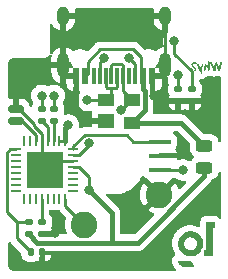
<source format=gbr>
%TF.GenerationSoftware,KiCad,Pcbnew,(5.99.0-12118-g897269f33f)*%
%TF.CreationDate,2021-09-15T19:12:52-04:00*%
%TF.ProjectId,why,7768792e-6b69-4636-9164-5f7063625858,rev?*%
%TF.SameCoordinates,Original*%
%TF.FileFunction,Copper,L2,Bot*%
%TF.FilePolarity,Positive*%
%FSLAX46Y46*%
G04 Gerber Fmt 4.6, Leading zero omitted, Abs format (unit mm)*
G04 Created by KiCad (PCBNEW (5.99.0-12118-g897269f33f)) date 2021-09-15 19:12:52*
%MOMM*%
%LPD*%
G01*
G04 APERTURE LIST*
G04 Aperture macros list*
%AMRoundRect*
0 Rectangle with rounded corners*
0 $1 Rounding radius*
0 $2 $3 $4 $5 $6 $7 $8 $9 X,Y pos of 4 corners*
0 Add a 4 corners polygon primitive as box body*
4,1,4,$2,$3,$4,$5,$6,$7,$8,$9,$2,$3,0*
0 Add four circle primitives for the rounded corners*
1,1,$1+$1,$2,$3*
1,1,$1+$1,$4,$5*
1,1,$1+$1,$6,$7*
1,1,$1+$1,$8,$9*
0 Add four rect primitives between the rounded corners*
20,1,$1+$1,$2,$3,$4,$5,0*
20,1,$1+$1,$4,$5,$6,$7,0*
20,1,$1+$1,$6,$7,$8,$9,0*
20,1,$1+$1,$8,$9,$2,$3,0*%
G04 Aperture macros list end*
%TA.AperFunction,EtchedComponent*%
%ADD10C,0.010000*%
%TD*%
%TA.AperFunction,ComponentPad*%
%ADD11O,1.000000X1.600000*%
%TD*%
%TA.AperFunction,ComponentPad*%
%ADD12O,1.000000X2.100000*%
%TD*%
%TA.AperFunction,SMDPad,CuDef*%
%ADD13R,0.300000X1.450000*%
%TD*%
%TA.AperFunction,SMDPad,CuDef*%
%ADD14R,0.600000X1.450000*%
%TD*%
%TA.AperFunction,SMDPad,CuDef*%
%ADD15RoundRect,0.062500X0.375000X0.062500X-0.375000X0.062500X-0.375000X-0.062500X0.375000X-0.062500X0*%
%TD*%
%TA.AperFunction,SMDPad,CuDef*%
%ADD16RoundRect,0.062500X0.062500X0.375000X-0.062500X0.375000X-0.062500X-0.375000X0.062500X-0.375000X0*%
%TD*%
%TA.AperFunction,SMDPad,CuDef*%
%ADD17R,3.100000X3.100000*%
%TD*%
%TA.AperFunction,SMDPad,CuDef*%
%ADD18RoundRect,0.165000X-0.475000X0.165000X-0.475000X-0.165000X0.475000X-0.165000X0.475000X0.165000X0*%
%TD*%
%TA.AperFunction,SMDPad,CuDef*%
%ADD19R,1.900000X0.400000*%
%TD*%
%TA.AperFunction,SMDPad,CuDef*%
%ADD20RoundRect,0.135000X0.185000X-0.135000X0.185000X0.135000X-0.185000X0.135000X-0.185000X-0.135000X0*%
%TD*%
%TA.AperFunction,SMDPad,CuDef*%
%ADD21RoundRect,0.135000X-0.185000X0.135000X-0.185000X-0.135000X0.185000X-0.135000X0.185000X0.135000X0*%
%TD*%
%TA.AperFunction,SMDPad,CuDef*%
%ADD22RoundRect,0.243750X0.456250X-0.243750X0.456250X0.243750X-0.456250X0.243750X-0.456250X-0.243750X0*%
%TD*%
%TA.AperFunction,SMDPad,CuDef*%
%ADD23R,1.400000X1.200000*%
%TD*%
%TA.AperFunction,SMDPad,CuDef*%
%ADD24R,1.400000X1.000000*%
%TD*%
%TA.AperFunction,SMDPad,CuDef*%
%ADD25RoundRect,0.140000X0.140000X0.170000X-0.140000X0.170000X-0.140000X-0.170000X0.140000X-0.170000X0*%
%TD*%
%TA.AperFunction,ComponentPad*%
%ADD26C,2.250000*%
%TD*%
%TA.AperFunction,ViaPad*%
%ADD27C,0.800000*%
%TD*%
%TA.AperFunction,Conductor*%
%ADD28C,0.250000*%
%TD*%
%TA.AperFunction,Conductor*%
%ADD29C,0.381000*%
%TD*%
G04 APERTURE END LIST*
D10*
%TO.C,G\u002A\u002A\u002A*%
X167627669Y-100829624D02*
X167617447Y-100848268D01*
X167617447Y-100848268D02*
X167626692Y-100897252D01*
X167626692Y-100897252D02*
X167658763Y-100991232D01*
X167658763Y-100991232D02*
X167717018Y-101144862D01*
X167717018Y-101144862D02*
X167741442Y-101208248D01*
X167741442Y-101208248D02*
X167820537Y-101402766D01*
X167820537Y-101402766D02*
X167880166Y-101522727D01*
X167880166Y-101522727D02*
X167924599Y-101574847D01*
X167924599Y-101574847D02*
X167958109Y-101565840D01*
X167958109Y-101565840D02*
X167963692Y-101557607D01*
X167963692Y-101557607D02*
X167981582Y-101499122D01*
X167981582Y-101499122D02*
X168004289Y-101389462D01*
X168004289Y-101389462D02*
X168013717Y-101334666D01*
X168013717Y-101334666D02*
X168045101Y-101173008D01*
X168045101Y-101173008D02*
X168076019Y-101094802D01*
X168076019Y-101094802D02*
X168110503Y-101098953D01*
X168110503Y-101098953D02*
X168152585Y-101184366D01*
X168152585Y-101184366D02*
X168187348Y-101287506D01*
X168187348Y-101287506D02*
X168235211Y-101420660D01*
X168235211Y-101420660D02*
X168280867Y-101513995D01*
X168280867Y-101513995D02*
X168311920Y-101545971D01*
X168311920Y-101545971D02*
X168342868Y-101508212D01*
X168342868Y-101508212D02*
X168382472Y-101408623D01*
X168382472Y-101408623D02*
X168422417Y-101268323D01*
X168422417Y-101268323D02*
X168424283Y-101260583D01*
X168424283Y-101260583D02*
X168463160Y-101104927D01*
X168463160Y-101104927D02*
X168498632Y-100974927D01*
X168498632Y-100974927D02*
X168522309Y-100900750D01*
X168522309Y-100900750D02*
X168528273Y-100839531D01*
X168528273Y-100839531D02*
X168508049Y-100826666D01*
X168508049Y-100826666D02*
X168482460Y-100832520D01*
X168482460Y-100832520D02*
X168460578Y-100861097D01*
X168460578Y-100861097D02*
X168435719Y-100928916D01*
X168435719Y-100928916D02*
X168401198Y-101052498D01*
X168401198Y-101052498D02*
X168373105Y-101160134D01*
X168373105Y-101160134D02*
X168338893Y-101266934D01*
X168338893Y-101266934D02*
X168305528Y-101302990D01*
X168305528Y-101302990D02*
X168267434Y-101265004D01*
X168267434Y-101265004D02*
X168219034Y-101149682D01*
X168219034Y-101149682D02*
X168184968Y-101048916D01*
X168184968Y-101048916D02*
X168135315Y-100908767D01*
X168135315Y-100908767D02*
X168095876Y-100836958D01*
X168095876Y-100836958D02*
X168062354Y-100836845D01*
X168062354Y-100836845D02*
X168030452Y-100911786D01*
X168030452Y-100911786D02*
X167995873Y-101065137D01*
X167995873Y-101065137D02*
X167968237Y-101218250D01*
X167968237Y-101218250D02*
X167942610Y-101320066D01*
X167942610Y-101320066D02*
X167913177Y-101374274D01*
X167913177Y-101374274D02*
X167906330Y-101377000D01*
X167906330Y-101377000D02*
X167876862Y-101341124D01*
X167876862Y-101341124D02*
X167831197Y-101250633D01*
X167831197Y-101250633D02*
X167779925Y-101131225D01*
X167779925Y-101131225D02*
X167733638Y-101008602D01*
X167733638Y-101008602D02*
X167702927Y-100908464D01*
X167702927Y-100908464D02*
X167696333Y-100867411D01*
X167696333Y-100867411D02*
X167664071Y-100827839D01*
X167664071Y-100827839D02*
X167654000Y-100826666D01*
X167654000Y-100826666D02*
X167627669Y-100829624D01*
X167627669Y-100829624D02*
X167627669Y-100829624D01*
G36*
X168528273Y-100839531D02*
G01*
X168522309Y-100900750D01*
X168498632Y-100974927D01*
X168463160Y-101104927D01*
X168424283Y-101260583D01*
X168422417Y-101268323D01*
X168382472Y-101408623D01*
X168342868Y-101508212D01*
X168311920Y-101545971D01*
X168280867Y-101513995D01*
X168235211Y-101420660D01*
X168187348Y-101287506D01*
X168152585Y-101184366D01*
X168110503Y-101098953D01*
X168076019Y-101094802D01*
X168045101Y-101173008D01*
X168013717Y-101334666D01*
X168004289Y-101389462D01*
X167981582Y-101499122D01*
X167963692Y-101557607D01*
X167958109Y-101565840D01*
X167924599Y-101574847D01*
X167880166Y-101522727D01*
X167820537Y-101402766D01*
X167741442Y-101208248D01*
X167717018Y-101144862D01*
X167658763Y-100991232D01*
X167626692Y-100897252D01*
X167617447Y-100848268D01*
X167627669Y-100829624D01*
X167654000Y-100826666D01*
X167664071Y-100827839D01*
X167696333Y-100867411D01*
X167702927Y-100908464D01*
X167733638Y-101008602D01*
X167779925Y-101131225D01*
X167831197Y-101250633D01*
X167876862Y-101341124D01*
X167906330Y-101377000D01*
X167913177Y-101374274D01*
X167942610Y-101320066D01*
X167968237Y-101218250D01*
X167995873Y-101065137D01*
X168030452Y-100911786D01*
X168062354Y-100836845D01*
X168095876Y-100836958D01*
X168135315Y-100908767D01*
X168184968Y-101048916D01*
X168219034Y-101149682D01*
X168267434Y-101265004D01*
X168305528Y-101302990D01*
X168338893Y-101266934D01*
X168373105Y-101160134D01*
X168401198Y-101052498D01*
X168435719Y-100928916D01*
X168460578Y-100861097D01*
X168482460Y-100832520D01*
X168508049Y-100826666D01*
X168528273Y-100839531D01*
G37*
X168528273Y-100839531D02*
X168522309Y-100900750D01*
X168498632Y-100974927D01*
X168463160Y-101104927D01*
X168424283Y-101260583D01*
X168422417Y-101268323D01*
X168382472Y-101408623D01*
X168342868Y-101508212D01*
X168311920Y-101545971D01*
X168280867Y-101513995D01*
X168235211Y-101420660D01*
X168187348Y-101287506D01*
X168152585Y-101184366D01*
X168110503Y-101098953D01*
X168076019Y-101094802D01*
X168045101Y-101173008D01*
X168013717Y-101334666D01*
X168004289Y-101389462D01*
X167981582Y-101499122D01*
X167963692Y-101557607D01*
X167958109Y-101565840D01*
X167924599Y-101574847D01*
X167880166Y-101522727D01*
X167820537Y-101402766D01*
X167741442Y-101208248D01*
X167717018Y-101144862D01*
X167658763Y-100991232D01*
X167626692Y-100897252D01*
X167617447Y-100848268D01*
X167627669Y-100829624D01*
X167654000Y-100826666D01*
X167664071Y-100827839D01*
X167696333Y-100867411D01*
X167702927Y-100908464D01*
X167733638Y-101008602D01*
X167779925Y-101131225D01*
X167831197Y-101250633D01*
X167876862Y-101341124D01*
X167906330Y-101377000D01*
X167913177Y-101374274D01*
X167942610Y-101320066D01*
X167968237Y-101218250D01*
X167995873Y-101065137D01*
X168030452Y-100911786D01*
X168062354Y-100836845D01*
X168095876Y-100836958D01*
X168135315Y-100908767D01*
X168184968Y-101048916D01*
X168219034Y-101149682D01*
X168267434Y-101265004D01*
X168305528Y-101302990D01*
X168338893Y-101266934D01*
X168373105Y-101160134D01*
X168401198Y-101052498D01*
X168435719Y-100928916D01*
X168460578Y-100861097D01*
X168482460Y-100832520D01*
X168508049Y-100826666D01*
X168528273Y-100839531D01*
X167418938Y-100821876D02*
X167404217Y-100915605D01*
X167404217Y-100915605D02*
X167403172Y-100952759D01*
X167403172Y-100952759D02*
X167400000Y-101059105D01*
X167400000Y-101059105D02*
X167380216Y-101098023D01*
X167380216Y-101098023D02*
X167328420Y-101086740D01*
X167328420Y-101086740D02*
X167296191Y-101072440D01*
X167296191Y-101072440D02*
X167206232Y-101046817D01*
X167206232Y-101046817D02*
X167145623Y-101074788D01*
X167145623Y-101074788D02*
X167105751Y-101166666D01*
X167105751Y-101166666D02*
X167078006Y-101332767D01*
X167078006Y-101332767D02*
X167077866Y-101333952D01*
X167077866Y-101333952D02*
X167066856Y-101467233D01*
X167066856Y-101467233D02*
X167075546Y-101527898D01*
X167075546Y-101527898D02*
X167100157Y-101529296D01*
X167100157Y-101529296D02*
X167129994Y-101471751D01*
X167129994Y-101471751D02*
X167147367Y-101362586D01*
X167147367Y-101362586D02*
X167149172Y-101311001D01*
X167149172Y-101311001D02*
X167159832Y-101180233D01*
X167159832Y-101180233D02*
X167193031Y-101125517D01*
X167193031Y-101125517D02*
X167206111Y-101123000D01*
X167206111Y-101123000D02*
X167293516Y-101160763D01*
X167293516Y-101160763D02*
X167364879Y-101255848D01*
X167364879Y-101255848D02*
X167401587Y-101380952D01*
X167401587Y-101380952D02*
X167403172Y-101412083D01*
X167403172Y-101412083D02*
X167414822Y-101504340D01*
X167414822Y-101504340D02*
X167443106Y-101546118D01*
X167443106Y-101546118D02*
X167445505Y-101546333D01*
X167445505Y-101546333D02*
X167465790Y-101506370D01*
X167465790Y-101506370D02*
X167480259Y-101395745D01*
X167480259Y-101395745D02*
X167487370Y-101228358D01*
X167487370Y-101228358D02*
X167487839Y-101165333D01*
X167487839Y-101165333D02*
X167483398Y-100982773D01*
X167483398Y-100982773D02*
X167471107Y-100852548D01*
X167471107Y-100852548D02*
X167452508Y-100788553D01*
X167452508Y-100788553D02*
X167445505Y-100784333D01*
X167445505Y-100784333D02*
X167418938Y-100821876D01*
X167418938Y-100821876D02*
X167418938Y-100821876D01*
G36*
X167452508Y-100788553D02*
G01*
X167471107Y-100852548D01*
X167483398Y-100982773D01*
X167487839Y-101165333D01*
X167487370Y-101228358D01*
X167480259Y-101395745D01*
X167465790Y-101506370D01*
X167445505Y-101546333D01*
X167443106Y-101546118D01*
X167414822Y-101504340D01*
X167403172Y-101412083D01*
X167401587Y-101380952D01*
X167364879Y-101255848D01*
X167293516Y-101160763D01*
X167206111Y-101123000D01*
X167193031Y-101125517D01*
X167159832Y-101180233D01*
X167149172Y-101311001D01*
X167147367Y-101362586D01*
X167129994Y-101471751D01*
X167100157Y-101529296D01*
X167075546Y-101527898D01*
X167066856Y-101467233D01*
X167077866Y-101333952D01*
X167078006Y-101332767D01*
X167105751Y-101166666D01*
X167145623Y-101074788D01*
X167206232Y-101046817D01*
X167296191Y-101072440D01*
X167328420Y-101086740D01*
X167380216Y-101098023D01*
X167400000Y-101059105D01*
X167403172Y-100952759D01*
X167404217Y-100915605D01*
X167418938Y-100821876D01*
X167445505Y-100784333D01*
X167452508Y-100788553D01*
G37*
X167452508Y-100788553D02*
X167471107Y-100852548D01*
X167483398Y-100982773D01*
X167487839Y-101165333D01*
X167487370Y-101228358D01*
X167480259Y-101395745D01*
X167465790Y-101506370D01*
X167445505Y-101546333D01*
X167443106Y-101546118D01*
X167414822Y-101504340D01*
X167403172Y-101412083D01*
X167401587Y-101380952D01*
X167364879Y-101255848D01*
X167293516Y-101160763D01*
X167206111Y-101123000D01*
X167193031Y-101125517D01*
X167159832Y-101180233D01*
X167149172Y-101311001D01*
X167147367Y-101362586D01*
X167129994Y-101471751D01*
X167100157Y-101529296D01*
X167075546Y-101527898D01*
X167066856Y-101467233D01*
X167077866Y-101333952D01*
X167078006Y-101332767D01*
X167105751Y-101166666D01*
X167145623Y-101074788D01*
X167206232Y-101046817D01*
X167296191Y-101072440D01*
X167328420Y-101086740D01*
X167380216Y-101098023D01*
X167400000Y-101059105D01*
X167403172Y-100952759D01*
X167404217Y-100915605D01*
X167418938Y-100821876D01*
X167445505Y-100784333D01*
X167452508Y-100788553D01*
X166913711Y-101047458D02*
X166907203Y-101059500D01*
X166907203Y-101059500D02*
X166876524Y-101120642D01*
X166876524Y-101120642D02*
X166819874Y-101219323D01*
X166819874Y-101219323D02*
X166803522Y-101246431D01*
X166803522Y-101246431D02*
X166715380Y-101391029D01*
X166715380Y-101391029D02*
X166633604Y-101208377D01*
X166633604Y-101208377D02*
X166580929Y-101107577D01*
X166580929Y-101107577D02*
X166538150Y-101054949D01*
X166538150Y-101054949D02*
X166523946Y-101053609D01*
X166523946Y-101053609D02*
X166526846Y-101102503D01*
X166526846Y-101102503D02*
X166558754Y-101208644D01*
X166558754Y-101208644D02*
X166613388Y-101352318D01*
X166613388Y-101352318D02*
X166637292Y-101409163D01*
X166637292Y-101409163D02*
X166730657Y-101617655D01*
X166730657Y-101617655D02*
X166796897Y-101746791D01*
X166796897Y-101746791D02*
X166836428Y-101797276D01*
X166836428Y-101797276D02*
X166849666Y-101769813D01*
X166849666Y-101769813D02*
X166849667Y-101769222D01*
X166849667Y-101769222D02*
X166835536Y-101696203D01*
X166835536Y-101696203D02*
X166807626Y-101610603D01*
X166807626Y-101610603D02*
X166790292Y-101527226D01*
X166790292Y-101527226D02*
X166808446Y-101432548D01*
X166808446Y-101432548D02*
X166867888Y-101298210D01*
X166867888Y-101298210D02*
X166873973Y-101286138D01*
X166873973Y-101286138D02*
X166928032Y-101165512D01*
X166928032Y-101165512D02*
X166954959Y-101076341D01*
X166954959Y-101076341D02*
X166952551Y-101044707D01*
X166952551Y-101044707D02*
X166913711Y-101047458D01*
X166913711Y-101047458D02*
X166913711Y-101047458D01*
G36*
X166954959Y-101076341D02*
G01*
X166928032Y-101165512D01*
X166873973Y-101286138D01*
X166867888Y-101298210D01*
X166808446Y-101432548D01*
X166790292Y-101527226D01*
X166807626Y-101610603D01*
X166835536Y-101696203D01*
X166849667Y-101769222D01*
X166849666Y-101769813D01*
X166836428Y-101797276D01*
X166796897Y-101746791D01*
X166730657Y-101617655D01*
X166637292Y-101409163D01*
X166613388Y-101352318D01*
X166558754Y-101208644D01*
X166526846Y-101102503D01*
X166523946Y-101053609D01*
X166538150Y-101054949D01*
X166580929Y-101107577D01*
X166633604Y-101208377D01*
X166715380Y-101391029D01*
X166803522Y-101246431D01*
X166819874Y-101219323D01*
X166876524Y-101120642D01*
X166907203Y-101059500D01*
X166913711Y-101047458D01*
X166952551Y-101044707D01*
X166954959Y-101076341D01*
G37*
X166954959Y-101076341D02*
X166928032Y-101165512D01*
X166873973Y-101286138D01*
X166867888Y-101298210D01*
X166808446Y-101432548D01*
X166790292Y-101527226D01*
X166807626Y-101610603D01*
X166835536Y-101696203D01*
X166849667Y-101769222D01*
X166849666Y-101769813D01*
X166836428Y-101797276D01*
X166796897Y-101746791D01*
X166730657Y-101617655D01*
X166637292Y-101409163D01*
X166613388Y-101352318D01*
X166558754Y-101208644D01*
X166526846Y-101102503D01*
X166523946Y-101053609D01*
X166538150Y-101054949D01*
X166580929Y-101107577D01*
X166633604Y-101208377D01*
X166715380Y-101391029D01*
X166803522Y-101246431D01*
X166819874Y-101219323D01*
X166876524Y-101120642D01*
X166907203Y-101059500D01*
X166913711Y-101047458D01*
X166952551Y-101044707D01*
X166954959Y-101076341D01*
X166127370Y-100857284D02*
X166073061Y-100904083D01*
X166073061Y-100904083D02*
X166009428Y-101025123D01*
X166009428Y-101025123D02*
X166028628Y-101148141D01*
X166028628Y-101148141D02*
X166098250Y-101236322D01*
X166098250Y-101236322D02*
X166214835Y-101331003D01*
X166214835Y-101331003D02*
X166282209Y-101361360D01*
X166282209Y-101361360D02*
X166299333Y-101338140D01*
X166299333Y-101338140D02*
X166267349Y-101285400D01*
X166267349Y-101285400D02*
X166197055Y-101227269D01*
X166197055Y-101227269D02*
X166093075Y-101133930D01*
X166093075Y-101133930D02*
X166072922Y-101043971D01*
X166072922Y-101043971D02*
X166117562Y-100972152D01*
X166117562Y-100972152D02*
X166218652Y-100922997D01*
X166218652Y-100922997D02*
X166316846Y-100927846D01*
X166316846Y-100927846D02*
X166401911Y-100941143D01*
X166401911Y-100941143D02*
X166413421Y-100929605D01*
X166413421Y-100929605D02*
X166365326Y-100889419D01*
X166365326Y-100889419D02*
X166240425Y-100831435D01*
X166240425Y-100831435D02*
X166127370Y-100857284D01*
X166127370Y-100857284D02*
X166127370Y-100857284D01*
G36*
X166365326Y-100889419D02*
G01*
X166413421Y-100929605D01*
X166401911Y-100941143D01*
X166316846Y-100927846D01*
X166218652Y-100922997D01*
X166117562Y-100972152D01*
X166072922Y-101043971D01*
X166093075Y-101133930D01*
X166197055Y-101227269D01*
X166267349Y-101285400D01*
X166299333Y-101338140D01*
X166282209Y-101361360D01*
X166214835Y-101331003D01*
X166098250Y-101236322D01*
X166028628Y-101148141D01*
X166009428Y-101025123D01*
X166073061Y-100904083D01*
X166127370Y-100857284D01*
X166240425Y-100831435D01*
X166365326Y-100889419D01*
G37*
X166365326Y-100889419D02*
X166413421Y-100929605D01*
X166401911Y-100941143D01*
X166316846Y-100927846D01*
X166218652Y-100922997D01*
X166117562Y-100972152D01*
X166072922Y-101043971D01*
X166093075Y-101133930D01*
X166197055Y-101227269D01*
X166267349Y-101285400D01*
X166299333Y-101338140D01*
X166282209Y-101361360D01*
X166214835Y-101331003D01*
X166098250Y-101236322D01*
X166028628Y-101148141D01*
X166009428Y-101025123D01*
X166073061Y-100904083D01*
X166127370Y-100857284D01*
X166240425Y-100831435D01*
X166365326Y-100889419D01*
X166258230Y-101493881D02*
X166257000Y-101504000D01*
X166257000Y-101504000D02*
X166289215Y-101545103D01*
X166289215Y-101545103D02*
X166299333Y-101546333D01*
X166299333Y-101546333D02*
X166340437Y-101514118D01*
X166340437Y-101514118D02*
X166341667Y-101504000D01*
X166341667Y-101504000D02*
X166309452Y-101462896D01*
X166309452Y-101462896D02*
X166299333Y-101461666D01*
X166299333Y-101461666D02*
X166258230Y-101493881D01*
X166258230Y-101493881D02*
X166258230Y-101493881D01*
G36*
X166309452Y-101462896D02*
G01*
X166341667Y-101504000D01*
X166340437Y-101514118D01*
X166299333Y-101546333D01*
X166289215Y-101545103D01*
X166257000Y-101504000D01*
X166258230Y-101493881D01*
X166299333Y-101461666D01*
X166309452Y-101462896D01*
G37*
X166309452Y-101462896D02*
X166341667Y-101504000D01*
X166340437Y-101514118D01*
X166299333Y-101546333D01*
X166289215Y-101545103D01*
X166257000Y-101504000D01*
X166258230Y-101493881D01*
X166299333Y-101461666D01*
X166309452Y-101462896D01*
X165849903Y-115195042D02*
X165781877Y-115199729D01*
X165781877Y-115199729D02*
X165721460Y-115207827D01*
X165721460Y-115207827D02*
X165703629Y-115211313D01*
X165703629Y-115211313D02*
X165586878Y-115242966D01*
X165586878Y-115242966D02*
X165478355Y-115286198D01*
X165478355Y-115286198D02*
X165376942Y-115341619D01*
X165376942Y-115341619D02*
X165281520Y-115409839D01*
X165281520Y-115409839D02*
X165191249Y-115491192D01*
X165191249Y-115491192D02*
X165109774Y-115581820D01*
X165109774Y-115581820D02*
X165041583Y-115677761D01*
X165041583Y-115677761D02*
X164986177Y-115779955D01*
X164986177Y-115779955D02*
X164943059Y-115889342D01*
X164943059Y-115889342D02*
X164911730Y-116006862D01*
X164911730Y-116006862D02*
X164908059Y-116025029D01*
X164908059Y-116025029D02*
X164899922Y-116082434D01*
X164899922Y-116082434D02*
X164895373Y-116149044D01*
X164895373Y-116149044D02*
X164894374Y-116220103D01*
X164894374Y-116220103D02*
X164896885Y-116290850D01*
X164896885Y-116290850D02*
X164902869Y-116356529D01*
X164902869Y-116356529D02*
X164911195Y-116407396D01*
X164911195Y-116407396D02*
X164943711Y-116526816D01*
X164943711Y-116526816D02*
X164988902Y-116639732D01*
X164988902Y-116639732D02*
X165046204Y-116745396D01*
X165046204Y-116745396D02*
X165115052Y-116843059D01*
X165115052Y-116843059D02*
X165194884Y-116931974D01*
X165194884Y-116931974D02*
X165285136Y-117011392D01*
X165285136Y-117011392D02*
X165385244Y-117080565D01*
X165385244Y-117080565D02*
X165442986Y-117113282D01*
X165442986Y-117113282D02*
X165513196Y-117146060D01*
X165513196Y-117146060D02*
X165590785Y-117175153D01*
X165590785Y-117175153D02*
X165669321Y-117198356D01*
X165669321Y-117198356D02*
X165728714Y-117211232D01*
X165728714Y-117211232D02*
X165779455Y-117218241D01*
X165779455Y-117218241D02*
X165837277Y-117223199D01*
X165837277Y-117223199D02*
X165897355Y-117225926D01*
X165897355Y-117225926D02*
X165954867Y-117226241D01*
X165954867Y-117226241D02*
X166004990Y-117223964D01*
X166004990Y-117223964D02*
X166022628Y-117222198D01*
X166022628Y-117222198D02*
X166144156Y-117200336D01*
X166144156Y-117200336D02*
X166259691Y-117165611D01*
X166259691Y-117165611D02*
X166368536Y-117118677D01*
X166368536Y-117118677D02*
X166469990Y-117060188D01*
X166469990Y-117060188D02*
X166563354Y-116990796D01*
X166563354Y-116990796D02*
X166647928Y-116911156D01*
X166647928Y-116911156D02*
X166723012Y-116821919D01*
X166723012Y-116821919D02*
X166787907Y-116723739D01*
X166787907Y-116723739D02*
X166841913Y-116617269D01*
X166841913Y-116617269D02*
X166884330Y-116503163D01*
X166884330Y-116503163D02*
X166912668Y-116391251D01*
X166912668Y-116391251D02*
X166920510Y-116337110D01*
X166920510Y-116337110D02*
X166924974Y-116273467D01*
X166924974Y-116273467D02*
X166926103Y-116204929D01*
X166926103Y-116204929D02*
X166926037Y-116202829D01*
X166926037Y-116202829D02*
X166489562Y-116202829D01*
X166489562Y-116202829D02*
X166483620Y-116297367D01*
X166483620Y-116297367D02*
X166464467Y-116386056D01*
X166464467Y-116386056D02*
X166432209Y-116468647D01*
X166432209Y-116468647D02*
X166386949Y-116544893D01*
X166386949Y-116544893D02*
X166328795Y-116614544D01*
X166328795Y-116614544D02*
X166305616Y-116637130D01*
X166305616Y-116637130D02*
X166235409Y-116692459D01*
X166235409Y-116692459D02*
X166157969Y-116735850D01*
X166157969Y-116735850D02*
X166074895Y-116766882D01*
X166074895Y-116766882D02*
X165987786Y-116785137D01*
X165987786Y-116785137D02*
X165898240Y-116790193D01*
X165898240Y-116790193D02*
X165807856Y-116781632D01*
X165807856Y-116781632D02*
X165777963Y-116775712D01*
X165777963Y-116775712D02*
X165693050Y-116749403D01*
X165693050Y-116749403D02*
X165614153Y-116710495D01*
X165614153Y-116710495D02*
X165542394Y-116660054D01*
X165542394Y-116660054D02*
X165478894Y-116599146D01*
X165478894Y-116599146D02*
X165424774Y-116528836D01*
X165424774Y-116528836D02*
X165381155Y-116450190D01*
X165381155Y-116450190D02*
X165350770Y-116369743D01*
X165350770Y-116369743D02*
X165342146Y-116338813D01*
X165342146Y-116338813D02*
X165336421Y-116311502D01*
X165336421Y-116311502D02*
X165333016Y-116283156D01*
X165333016Y-116283156D02*
X165331349Y-116249123D01*
X165331349Y-116249123D02*
X165330858Y-116210086D01*
X165330858Y-116210086D02*
X165334622Y-116127913D01*
X165334622Y-116127913D02*
X165347220Y-116054558D01*
X165347220Y-116054558D02*
X165369622Y-115986642D01*
X165369622Y-115986642D02*
X165402794Y-115920785D01*
X165402794Y-115920785D02*
X165422924Y-115888768D01*
X165422924Y-115888768D02*
X165478469Y-115817467D01*
X165478469Y-115817467D02*
X165541479Y-115757659D01*
X165541479Y-115757659D02*
X165610658Y-115709264D01*
X165610658Y-115709264D02*
X165684708Y-115672203D01*
X165684708Y-115672203D02*
X165762334Y-115646398D01*
X165762334Y-115646398D02*
X165842239Y-115631769D01*
X165842239Y-115631769D02*
X165923126Y-115628238D01*
X165923126Y-115628238D02*
X166003698Y-115635724D01*
X166003698Y-115635724D02*
X166082660Y-115654150D01*
X166082660Y-115654150D02*
X166158714Y-115683437D01*
X166158714Y-115683437D02*
X166230563Y-115723505D01*
X166230563Y-115723505D02*
X166296912Y-115774275D01*
X166296912Y-115774275D02*
X166356463Y-115835668D01*
X166356463Y-115835668D02*
X166407921Y-115907606D01*
X166407921Y-115907606D02*
X166431592Y-115950226D01*
X166431592Y-115950226D02*
X166463056Y-116026692D01*
X166463056Y-116026692D02*
X166482189Y-116107835D01*
X166482189Y-116107835D02*
X166489478Y-116195779D01*
X166489478Y-116195779D02*
X166489562Y-116202829D01*
X166489562Y-116202829D02*
X166926037Y-116202829D01*
X166926037Y-116202829D02*
X166923937Y-116136101D01*
X166923937Y-116136101D02*
X166918521Y-116071587D01*
X166918521Y-116071587D02*
X166909894Y-116015992D01*
X166909894Y-116015992D02*
X166909219Y-116012776D01*
X166909219Y-116012776D02*
X166876316Y-115892128D01*
X166876316Y-115892128D02*
X166831138Y-115778766D01*
X166831138Y-115778766D02*
X166774299Y-115673310D01*
X166774299Y-115673310D02*
X166706415Y-115576378D01*
X166706415Y-115576378D02*
X166628104Y-115488591D01*
X166628104Y-115488591D02*
X166539981Y-115410568D01*
X166539981Y-115410568D02*
X166442663Y-115342928D01*
X166442663Y-115342928D02*
X166336766Y-115286290D01*
X166336766Y-115286290D02*
X166222905Y-115241276D01*
X166222905Y-115241276D02*
X166111265Y-115210574D01*
X166111265Y-115210574D02*
X166056218Y-115201534D01*
X166056218Y-115201534D02*
X165991415Y-115195937D01*
X165991415Y-115195937D02*
X165921196Y-115193775D01*
X165921196Y-115193775D02*
X165849903Y-115195042D01*
X165849903Y-115195042D02*
X165849903Y-115195042D01*
G36*
X166924974Y-116273467D02*
G01*
X166920510Y-116337110D01*
X166912668Y-116391251D01*
X166884330Y-116503163D01*
X166841913Y-116617269D01*
X166787907Y-116723739D01*
X166723012Y-116821919D01*
X166647928Y-116911156D01*
X166563354Y-116990796D01*
X166469990Y-117060188D01*
X166368536Y-117118677D01*
X166259691Y-117165611D01*
X166144156Y-117200336D01*
X166022628Y-117222198D01*
X166004990Y-117223964D01*
X165954867Y-117226241D01*
X165897355Y-117225926D01*
X165837277Y-117223199D01*
X165779455Y-117218241D01*
X165728714Y-117211232D01*
X165669321Y-117198356D01*
X165590785Y-117175153D01*
X165513196Y-117146060D01*
X165442986Y-117113282D01*
X165385244Y-117080565D01*
X165285136Y-117011392D01*
X165194884Y-116931974D01*
X165115052Y-116843059D01*
X165046204Y-116745396D01*
X164988902Y-116639732D01*
X164943711Y-116526816D01*
X164911195Y-116407396D01*
X164902869Y-116356529D01*
X164896885Y-116290850D01*
X164894374Y-116220103D01*
X164894515Y-116210086D01*
X165330858Y-116210086D01*
X165331349Y-116249123D01*
X165333016Y-116283156D01*
X165336421Y-116311502D01*
X165342146Y-116338813D01*
X165350770Y-116369743D01*
X165381155Y-116450190D01*
X165424774Y-116528836D01*
X165478894Y-116599146D01*
X165542394Y-116660054D01*
X165614153Y-116710495D01*
X165693050Y-116749403D01*
X165777963Y-116775712D01*
X165807856Y-116781632D01*
X165898240Y-116790193D01*
X165987786Y-116785137D01*
X166074895Y-116766882D01*
X166157969Y-116735850D01*
X166235409Y-116692459D01*
X166305616Y-116637130D01*
X166328795Y-116614544D01*
X166386949Y-116544893D01*
X166432209Y-116468647D01*
X166464467Y-116386056D01*
X166483620Y-116297367D01*
X166489562Y-116202829D01*
X166489478Y-116195779D01*
X166482189Y-116107835D01*
X166463056Y-116026692D01*
X166431592Y-115950226D01*
X166407921Y-115907606D01*
X166356463Y-115835668D01*
X166296912Y-115774275D01*
X166230563Y-115723505D01*
X166158714Y-115683437D01*
X166082660Y-115654150D01*
X166003698Y-115635724D01*
X165923126Y-115628238D01*
X165842239Y-115631769D01*
X165762334Y-115646398D01*
X165684708Y-115672203D01*
X165610658Y-115709264D01*
X165541479Y-115757659D01*
X165478469Y-115817467D01*
X165422924Y-115888768D01*
X165402794Y-115920785D01*
X165369622Y-115986642D01*
X165347220Y-116054558D01*
X165334622Y-116127913D01*
X165330858Y-116210086D01*
X164894515Y-116210086D01*
X164895373Y-116149044D01*
X164899922Y-116082434D01*
X164908059Y-116025029D01*
X164911730Y-116006862D01*
X164943059Y-115889342D01*
X164986177Y-115779955D01*
X165041583Y-115677761D01*
X165109774Y-115581820D01*
X165191249Y-115491192D01*
X165281520Y-115409839D01*
X165376942Y-115341619D01*
X165478355Y-115286198D01*
X165586878Y-115242966D01*
X165703629Y-115211313D01*
X165721460Y-115207827D01*
X165781877Y-115199729D01*
X165849903Y-115195042D01*
X165921196Y-115193775D01*
X165991415Y-115195937D01*
X166056218Y-115201534D01*
X166111265Y-115210574D01*
X166222905Y-115241276D01*
X166336766Y-115286290D01*
X166442663Y-115342928D01*
X166539981Y-115410568D01*
X166628104Y-115488591D01*
X166706415Y-115576378D01*
X166774299Y-115673310D01*
X166831138Y-115778766D01*
X166876316Y-115892128D01*
X166909219Y-116012776D01*
X166909894Y-116015992D01*
X166918521Y-116071587D01*
X166923937Y-116136101D01*
X166926037Y-116202829D01*
X166926103Y-116204929D01*
X166924974Y-116273467D01*
G37*
X166924974Y-116273467D02*
X166920510Y-116337110D01*
X166912668Y-116391251D01*
X166884330Y-116503163D01*
X166841913Y-116617269D01*
X166787907Y-116723739D01*
X166723012Y-116821919D01*
X166647928Y-116911156D01*
X166563354Y-116990796D01*
X166469990Y-117060188D01*
X166368536Y-117118677D01*
X166259691Y-117165611D01*
X166144156Y-117200336D01*
X166022628Y-117222198D01*
X166004990Y-117223964D01*
X165954867Y-117226241D01*
X165897355Y-117225926D01*
X165837277Y-117223199D01*
X165779455Y-117218241D01*
X165728714Y-117211232D01*
X165669321Y-117198356D01*
X165590785Y-117175153D01*
X165513196Y-117146060D01*
X165442986Y-117113282D01*
X165385244Y-117080565D01*
X165285136Y-117011392D01*
X165194884Y-116931974D01*
X165115052Y-116843059D01*
X165046204Y-116745396D01*
X164988902Y-116639732D01*
X164943711Y-116526816D01*
X164911195Y-116407396D01*
X164902869Y-116356529D01*
X164896885Y-116290850D01*
X164894374Y-116220103D01*
X164894515Y-116210086D01*
X165330858Y-116210086D01*
X165331349Y-116249123D01*
X165333016Y-116283156D01*
X165336421Y-116311502D01*
X165342146Y-116338813D01*
X165350770Y-116369743D01*
X165381155Y-116450190D01*
X165424774Y-116528836D01*
X165478894Y-116599146D01*
X165542394Y-116660054D01*
X165614153Y-116710495D01*
X165693050Y-116749403D01*
X165777963Y-116775712D01*
X165807856Y-116781632D01*
X165898240Y-116790193D01*
X165987786Y-116785137D01*
X166074895Y-116766882D01*
X166157969Y-116735850D01*
X166235409Y-116692459D01*
X166305616Y-116637130D01*
X166328795Y-116614544D01*
X166386949Y-116544893D01*
X166432209Y-116468647D01*
X166464467Y-116386056D01*
X166483620Y-116297367D01*
X166489562Y-116202829D01*
X166489478Y-116195779D01*
X166482189Y-116107835D01*
X166463056Y-116026692D01*
X166431592Y-115950226D01*
X166407921Y-115907606D01*
X166356463Y-115835668D01*
X166296912Y-115774275D01*
X166230563Y-115723505D01*
X166158714Y-115683437D01*
X166082660Y-115654150D01*
X166003698Y-115635724D01*
X165923126Y-115628238D01*
X165842239Y-115631769D01*
X165762334Y-115646398D01*
X165684708Y-115672203D01*
X165610658Y-115709264D01*
X165541479Y-115757659D01*
X165478469Y-115817467D01*
X165422924Y-115888768D01*
X165402794Y-115920785D01*
X165369622Y-115986642D01*
X165347220Y-116054558D01*
X165334622Y-116127913D01*
X165330858Y-116210086D01*
X164894515Y-116210086D01*
X164895373Y-116149044D01*
X164899922Y-116082434D01*
X164908059Y-116025029D01*
X164911730Y-116006862D01*
X164943059Y-115889342D01*
X164986177Y-115779955D01*
X165041583Y-115677761D01*
X165109774Y-115581820D01*
X165191249Y-115491192D01*
X165281520Y-115409839D01*
X165376942Y-115341619D01*
X165478355Y-115286198D01*
X165586878Y-115242966D01*
X165703629Y-115211313D01*
X165721460Y-115207827D01*
X165781877Y-115199729D01*
X165849903Y-115195042D01*
X165921196Y-115193775D01*
X165991415Y-115195937D01*
X166056218Y-115201534D01*
X166111265Y-115210574D01*
X166222905Y-115241276D01*
X166336766Y-115286290D01*
X166442663Y-115342928D01*
X166539981Y-115410568D01*
X166628104Y-115488591D01*
X166706415Y-115576378D01*
X166774299Y-115673310D01*
X166831138Y-115778766D01*
X166876316Y-115892128D01*
X166909219Y-116012776D01*
X166909894Y-116015992D01*
X166918521Y-116071587D01*
X166923937Y-116136101D01*
X166926037Y-116202829D01*
X166926103Y-116204929D01*
X166924974Y-116273467D01*
X167292628Y-116794286D02*
X167111200Y-116794286D01*
X167111200Y-116794286D02*
X167111200Y-117229714D01*
X167111200Y-117229714D02*
X167728014Y-117229714D01*
X167728014Y-117229714D02*
X167729850Y-116030472D01*
X167729850Y-116030472D02*
X167731686Y-114831229D01*
X167731686Y-114831229D02*
X167909486Y-114827153D01*
X167909486Y-114827153D02*
X167909486Y-114392172D01*
X167909486Y-114392172D02*
X167292628Y-114392172D01*
X167292628Y-114392172D02*
X167292628Y-116794286D01*
X167292628Y-116794286D02*
X167292628Y-116794286D01*
G36*
X167909486Y-114827153D02*
G01*
X167731686Y-114831229D01*
X167729850Y-116030472D01*
X167728014Y-117229714D01*
X167111200Y-117229714D01*
X167111200Y-116794286D01*
X167292628Y-116794286D01*
X167292628Y-114392172D01*
X167909486Y-114392172D01*
X167909486Y-114827153D01*
G37*
X167909486Y-114827153D02*
X167731686Y-114831229D01*
X167729850Y-116030472D01*
X167728014Y-117229714D01*
X167111200Y-117229714D01*
X167111200Y-116794286D01*
X167292628Y-116794286D01*
X167292628Y-114392172D01*
X167909486Y-114392172D01*
X167909486Y-114827153D01*
X164893948Y-117710500D02*
X164911004Y-117791379D01*
X164911004Y-117791379D02*
X164940552Y-117865359D01*
X164940552Y-117865359D02*
X164981895Y-117931601D01*
X164981895Y-117931601D02*
X165034336Y-117989268D01*
X165034336Y-117989268D02*
X165097179Y-118037520D01*
X165097179Y-118037520D02*
X165169725Y-118075521D01*
X165169725Y-118075521D02*
X165209828Y-118090549D01*
X165209828Y-118090549D02*
X165219137Y-118093302D01*
X165219137Y-118093302D02*
X165229859Y-118095661D01*
X165229859Y-118095661D02*
X165243171Y-118097665D01*
X165243171Y-118097665D02*
X165260251Y-118099352D01*
X165260251Y-118099352D02*
X165282273Y-118100760D01*
X165282273Y-118100760D02*
X165310414Y-118101929D01*
X165310414Y-118101929D02*
X165345851Y-118102896D01*
X165345851Y-118102896D02*
X165389760Y-118103701D01*
X165389760Y-118103701D02*
X165443318Y-118104380D01*
X165443318Y-118104380D02*
X165507699Y-118104973D01*
X165507699Y-118104973D02*
X165584081Y-118105518D01*
X165584081Y-118105518D02*
X165673641Y-118106054D01*
X165673641Y-118106054D02*
X165686986Y-118106129D01*
X165686986Y-118106129D02*
X166124228Y-118108561D01*
X166124228Y-118108561D02*
X166124228Y-118074771D01*
X166124228Y-118074771D02*
X166117469Y-118013926D01*
X166117469Y-118013926D02*
X166098279Y-117951970D01*
X166098279Y-117951970D02*
X166068290Y-117891387D01*
X166068290Y-117891387D02*
X166029133Y-117834659D01*
X166029133Y-117834659D02*
X165982439Y-117784270D01*
X165982439Y-117784270D02*
X165929841Y-117742704D01*
X165929841Y-117742704D02*
X165891664Y-117720808D01*
X165891664Y-117720808D02*
X165871808Y-117711152D01*
X165871808Y-117711152D02*
X165853911Y-117702874D01*
X165853911Y-117702874D02*
X165836721Y-117695868D01*
X165836721Y-117695868D02*
X165818987Y-117690027D01*
X165818987Y-117690027D02*
X165799457Y-117685246D01*
X165799457Y-117685246D02*
X165776880Y-117681418D01*
X165776880Y-117681418D02*
X165750004Y-117678437D01*
X165750004Y-117678437D02*
X165717578Y-117676198D01*
X165717578Y-117676198D02*
X165678350Y-117674595D01*
X165678350Y-117674595D02*
X165631069Y-117673521D01*
X165631069Y-117673521D02*
X165574483Y-117672870D01*
X165574483Y-117672870D02*
X165507340Y-117672537D01*
X165507340Y-117672537D02*
X165428390Y-117672416D01*
X165428390Y-117672416D02*
X165336380Y-117672400D01*
X165336380Y-117672400D02*
X164889152Y-117672400D01*
X164889152Y-117672400D02*
X164893948Y-117710500D01*
X164893948Y-117710500D02*
X164893948Y-117710500D01*
G36*
X165428390Y-117672416D02*
G01*
X165507340Y-117672537D01*
X165574483Y-117672870D01*
X165631069Y-117673521D01*
X165678350Y-117674595D01*
X165717578Y-117676198D01*
X165750004Y-117678437D01*
X165776880Y-117681418D01*
X165799457Y-117685246D01*
X165818987Y-117690027D01*
X165836721Y-117695868D01*
X165853911Y-117702874D01*
X165871808Y-117711152D01*
X165891664Y-117720808D01*
X165929841Y-117742704D01*
X165982439Y-117784270D01*
X166029133Y-117834659D01*
X166068290Y-117891387D01*
X166098279Y-117951970D01*
X166117469Y-118013926D01*
X166124228Y-118074771D01*
X166124228Y-118108561D01*
X165686986Y-118106129D01*
X165673641Y-118106054D01*
X165584081Y-118105518D01*
X165507699Y-118104973D01*
X165443318Y-118104380D01*
X165389760Y-118103701D01*
X165345851Y-118102896D01*
X165310414Y-118101929D01*
X165282273Y-118100760D01*
X165260251Y-118099352D01*
X165243171Y-118097665D01*
X165229859Y-118095661D01*
X165219137Y-118093302D01*
X165209828Y-118090549D01*
X165169725Y-118075521D01*
X165097179Y-118037520D01*
X165034336Y-117989268D01*
X164981895Y-117931601D01*
X164940552Y-117865359D01*
X164911004Y-117791379D01*
X164893948Y-117710500D01*
X164889152Y-117672400D01*
X165336380Y-117672400D01*
X165428390Y-117672416D01*
G37*
X165428390Y-117672416D02*
X165507340Y-117672537D01*
X165574483Y-117672870D01*
X165631069Y-117673521D01*
X165678350Y-117674595D01*
X165717578Y-117676198D01*
X165750004Y-117678437D01*
X165776880Y-117681418D01*
X165799457Y-117685246D01*
X165818987Y-117690027D01*
X165836721Y-117695868D01*
X165853911Y-117702874D01*
X165871808Y-117711152D01*
X165891664Y-117720808D01*
X165929841Y-117742704D01*
X165982439Y-117784270D01*
X166029133Y-117834659D01*
X166068290Y-117891387D01*
X166098279Y-117951970D01*
X166117469Y-118013926D01*
X166124228Y-118074771D01*
X166124228Y-118108561D01*
X165686986Y-118106129D01*
X165673641Y-118106054D01*
X165584081Y-118105518D01*
X165507699Y-118104973D01*
X165443318Y-118104380D01*
X165389760Y-118103701D01*
X165345851Y-118102896D01*
X165310414Y-118101929D01*
X165282273Y-118100760D01*
X165260251Y-118099352D01*
X165243171Y-118097665D01*
X165229859Y-118095661D01*
X165219137Y-118093302D01*
X165209828Y-118090549D01*
X165169725Y-118075521D01*
X165097179Y-118037520D01*
X165034336Y-117989268D01*
X164981895Y-117931601D01*
X164940552Y-117865359D01*
X164911004Y-117791379D01*
X164893948Y-117710500D01*
X164889152Y-117672400D01*
X165336380Y-117672400D01*
X165428390Y-117672416D01*
%TD*%
D11*
%TO.P,USB1,13*%
%TO.N,GND*%
X163820000Y-96950000D03*
X155180000Y-96950000D03*
D12*
X163820000Y-101130000D03*
X155180000Y-101130000D03*
D13*
%TO.P,USB1,6*%
%TO.N,D+*%
X159250000Y-102045000D03*
%TO.P,USB1,7*%
%TO.N,D-*%
X159750000Y-102045000D03*
%TO.P,USB1,8*%
%TO.N,D+*%
X160250000Y-102045000D03*
%TO.P,USB1,5*%
%TO.N,D-*%
X158750000Y-102045000D03*
%TO.P,USB1,9*%
%TO.N,Net-(USB1-Pad9)*%
X160750000Y-102045000D03*
%TO.P,USB1,4*%
%TO.N,Net-(R4-Pad2)*%
X158250000Y-102045000D03*
%TO.P,USB1,10*%
%TO.N,Net-(R5-Pad2)*%
X161250000Y-102045000D03*
%TO.P,USB1,3*%
%TO.N,Net-(USB1-Pad3)*%
X157750000Y-102045000D03*
D14*
%TO.P,USB1,2*%
%TO.N,VCC*%
X157050000Y-102045000D03*
%TO.P,USB1,11*%
X161950000Y-102045000D03*
%TO.P,USB1,1*%
%TO.N,GND*%
X156275000Y-102045000D03*
%TO.P,USB1,12*%
X162725000Y-102045000D03*
%TD*%
D15*
%TO.P,U1,1*%
%TO.N,Net-(U1-Pad1)*%
X156037500Y-108250000D03*
%TO.P,U1,2*%
%TO.N,Net-(U1-Pad2)*%
X156037500Y-108750000D03*
%TO.P,U1,3*%
%TO.N,GND*%
X156037500Y-109250000D03*
%TO.P,U1,4*%
%TO.N,+5V*%
X156037500Y-109750000D03*
%TO.P,U1,5*%
%TO.N,Net-(U1-Pad5)*%
X156037500Y-110250000D03*
%TO.P,U1,6*%
%TO.N,Net-(U1-Pad6)*%
X156037500Y-110750000D03*
%TO.P,U1,7*%
%TO.N,Net-(U1-Pad7)*%
X156037500Y-111250000D03*
%TO.P,U1,8*%
%TO.N,Net-(U1-Pad8)*%
X156037500Y-111750000D03*
D16*
%TO.P,U1,9*%
%TO.N,Net-(MX1-Pad2)*%
X155350000Y-112437500D03*
%TO.P,U1,10*%
%TO.N,Net-(U1-Pad10)*%
X154850000Y-112437500D03*
%TO.P,U1,11*%
%TO.N,Net-(U1-Pad11)*%
X154350000Y-112437500D03*
%TO.P,U1,12*%
%TO.N,Net-(U1-Pad12)*%
X153850000Y-112437500D03*
%TO.P,U1,13*%
%TO.N,Net-(R6-Pad2)*%
X153350000Y-112437500D03*
%TO.P,U1,14*%
%TO.N,Net-(U1-Pad14)*%
X152850000Y-112437500D03*
%TO.P,U1,15*%
%TO.N,Net-(U1-Pad15)*%
X152350000Y-112437500D03*
%TO.P,U1,16*%
%TO.N,Net-(U1-Pad16)*%
X151850000Y-112437500D03*
D15*
%TO.P,U1,17*%
%TO.N,Net-(U1-Pad17)*%
X151162500Y-111750000D03*
%TO.P,U1,18*%
%TO.N,Net-(U1-Pad18)*%
X151162500Y-111250000D03*
%TO.P,U1,19*%
%TO.N,Net-(U1-Pad19)*%
X151162500Y-110750000D03*
%TO.P,U1,20*%
%TO.N,Net-(U1-Pad20)*%
X151162500Y-110250000D03*
%TO.P,U1,21*%
%TO.N,Net-(U1-Pad21)*%
X151162500Y-109750000D03*
%TO.P,U1,22*%
%TO.N,Net-(U1-Pad22)*%
X151162500Y-109250000D03*
%TO.P,U1,23*%
%TO.N,Net-(U1-Pad23)*%
X151162500Y-108750000D03*
%TO.P,U1,24*%
%TO.N,Net-(JP1-Pad2)*%
X151162500Y-108250000D03*
D16*
%TO.P,U1,25*%
%TO.N,Net-(U1-Pad25)*%
X151850000Y-107562500D03*
%TO.P,U1,26*%
%TO.N,Net-(U1-Pad26)*%
X152350000Y-107562500D03*
%TO.P,U1,27*%
%TO.N,Net-(C3-Pad2)*%
X152850000Y-107562500D03*
%TO.P,U1,28*%
%TO.N,GND*%
X153350000Y-107562500D03*
%TO.P,U1,29*%
%TO.N,Net-(R2-Pad1)*%
X153850000Y-107562500D03*
%TO.P,U1,30*%
%TO.N,Net-(R3-Pad1)*%
X154350000Y-107562500D03*
%TO.P,U1,31*%
%TO.N,+5V*%
X154850000Y-107562500D03*
%TO.P,U1,32*%
X155350000Y-107562500D03*
D17*
%TO.P,U1,33*%
%TO.N,GND*%
X153600000Y-110000000D03*
%TD*%
D18*
%TO.P,C3,1*%
%TO.N,GND*%
X151150000Y-104800000D03*
%TO.P,C3,2*%
%TO.N,Net-(C3-Pad2)*%
X151150000Y-105880000D03*
%TD*%
D19*
%TO.P,Y1,1*%
%TO.N,Net-(U1-Pad1)*%
X163350000Y-107600000D03*
%TO.P,Y1,2*%
%TO.N,GND*%
X163350000Y-108800000D03*
%TO.P,Y1,3*%
%TO.N,Net-(U1-Pad2)*%
X163350000Y-110000000D03*
%TD*%
D20*
%TO.P,R6,2*%
%TO.N,Net-(R6-Pad2)*%
X153400000Y-114390000D03*
%TO.P,R6,1*%
%TO.N,GND*%
X153400000Y-115410000D03*
%TD*%
%TO.P,R5,2*%
%TO.N,Net-(R5-Pad2)*%
X164900000Y-103140000D03*
%TO.P,R5,1*%
%TO.N,GND*%
X164900000Y-104160000D03*
%TD*%
%TO.P,R4,2*%
%TO.N,Net-(R4-Pad2)*%
X166050000Y-103140000D03*
%TO.P,R4,1*%
%TO.N,GND*%
X166050000Y-104160000D03*
%TD*%
%TO.P,R3,2*%
%TO.N,D-*%
X154400000Y-104840000D03*
%TO.P,R3,1*%
%TO.N,Net-(R3-Pad1)*%
X154400000Y-105860000D03*
%TD*%
%TO.P,R2,2*%
%TO.N,D+*%
X153350000Y-104840000D03*
%TO.P,R2,1*%
%TO.N,Net-(R2-Pad1)*%
X153350000Y-105860000D03*
%TD*%
D21*
%TO.P,R1,2*%
%TO.N,+5V*%
X152250000Y-115410000D03*
%TO.P,R1,1*%
%TO.N,Net-(JP1-Pad2)*%
X152250000Y-114390000D03*
%TD*%
D22*
%TO.P,F1,2*%
%TO.N,VCC*%
X167100000Y-107950000D03*
%TO.P,F1,1*%
%TO.N,+5V*%
X167100000Y-109825000D03*
%TD*%
D23*
%TO.P,D1,1*%
%TO.N,GND*%
X158800000Y-105820000D03*
D24*
%TO.P,D1,2*%
%TO.N,D-*%
X158800000Y-104100000D03*
%TO.P,D1,3*%
%TO.N,D+*%
X161000000Y-104100000D03*
%TO.P,D1,4*%
%TO.N,VCC*%
X161000000Y-106000000D03*
%TD*%
D25*
%TO.P,JP1,2*%
%TO.N,Net-(JP1-Pad2)*%
X152420000Y-116950000D03*
%TO.P,JP1,1*%
%TO.N,GND*%
X153380000Y-116950000D03*
%TD*%
D26*
%TO.P,MX1,1*%
%TO.N,GND*%
X163310000Y-112090000D03*
%TO.P,MX1,2*%
%TO.N,Net-(MX1-Pad2)*%
X156960000Y-114630000D03*
%TD*%
D27*
%TO.N,GND*%
X162881001Y-103700807D03*
X165350000Y-107750000D03*
X154500000Y-115355001D03*
X167800000Y-111650000D03*
X157300000Y-105700000D03*
%TO.N,+5V*%
X155600000Y-106200000D03*
X157350000Y-111700000D03*
%TO.N,D+*%
X160040312Y-104959107D03*
X153350000Y-103700000D03*
%TO.N,D-*%
X157200000Y-104100000D03*
X154400000Y-103700000D03*
%TO.N,Net-(R4-Pad2)*%
X158650000Y-100500000D03*
X164545000Y-99111603D03*
%TO.N,Net-(R5-Pad2)*%
X160750000Y-100500000D03*
X164900000Y-102000000D03*
%TO.N,Net-(U1-Pad2)*%
X157350000Y-107750000D03*
X165300000Y-110000000D03*
%TD*%
D28*
%TO.N,Net-(C3-Pad2)*%
X152850000Y-107076978D02*
X152850000Y-107562500D01*
X151653022Y-105880000D02*
X152850000Y-107076978D01*
X151150000Y-105880000D02*
X151653022Y-105880000D01*
D29*
%TO.N,GND*%
X156275000Y-102045000D02*
X156275000Y-104675000D01*
X157420000Y-105820000D02*
X158800000Y-105820000D01*
X156275000Y-104675000D02*
X157300000Y-105700000D01*
X162725000Y-103544806D02*
X162881001Y-103700807D01*
X162725000Y-102045000D02*
X162725000Y-103544806D01*
D28*
X153350000Y-109750000D02*
X153600000Y-110000000D01*
X153350000Y-107562500D02*
X153350000Y-109750000D01*
X154350000Y-109250000D02*
X156037500Y-109250000D01*
X153600000Y-110000000D02*
X154350000Y-109250000D01*
D29*
X154445001Y-115410000D02*
X154500000Y-115355001D01*
X153400000Y-115410000D02*
X154445001Y-115410000D01*
D28*
X152704990Y-106295558D02*
X153350000Y-106940568D01*
X153350000Y-106940568D02*
X153350000Y-107562500D01*
X152704990Y-106102010D02*
X152704990Y-106295558D01*
X151402980Y-104800000D02*
X152704990Y-106102010D01*
X151150000Y-104800000D02*
X151402980Y-104800000D01*
D29*
X157300000Y-105700000D02*
X157420000Y-105820000D01*
D28*
%TO.N,+5V*%
X154850000Y-107562500D02*
X155350000Y-107562500D01*
D29*
X152985501Y-116145501D02*
X152250000Y-115410000D01*
X167100000Y-110542942D02*
X161497441Y-116145501D01*
X167100000Y-109825000D02*
X167100000Y-110542942D01*
X155350000Y-106450000D02*
X155600000Y-106200000D01*
X155350000Y-107562500D02*
X155350000Y-106450000D01*
D28*
X156523022Y-109750000D02*
X156037500Y-109750000D01*
X157350000Y-110576978D02*
X156523022Y-109750000D01*
X157350000Y-111700000D02*
X157350000Y-110576978D01*
D29*
X159295501Y-113645501D02*
X159295501Y-116145501D01*
X157350000Y-111700000D02*
X159295501Y-113645501D01*
X159295501Y-116145501D02*
X152985501Y-116145501D01*
X161497441Y-116145501D02*
X159295501Y-116145501D01*
D28*
%TO.N,Net-(JP1-Pad2)*%
X150399990Y-108526988D02*
X150399990Y-113549990D01*
X150676978Y-108250000D02*
X150399990Y-108526988D01*
X151162500Y-108250000D02*
X150676978Y-108250000D01*
X151240000Y-114390000D02*
X152250000Y-114390000D01*
X150399990Y-113549990D02*
X151240000Y-114390000D01*
X151240000Y-115770000D02*
X151240000Y-114390000D01*
X152420000Y-116950000D02*
X151240000Y-115770000D01*
%TO.N,D+*%
X160250000Y-101150000D02*
X160250000Y-102045000D01*
X160094999Y-100994999D02*
X160250000Y-101150000D01*
X159250000Y-101084998D02*
X159339999Y-100994999D01*
X159339999Y-100994999D02*
X160094999Y-100994999D01*
X159250000Y-102045000D02*
X159250000Y-101084998D01*
X160250000Y-103350000D02*
X161000000Y-104100000D01*
X160250000Y-102045000D02*
X160250000Y-103350000D01*
X160899419Y-104100000D02*
X160040312Y-104959107D01*
X161000000Y-104100000D02*
X160899419Y-104100000D01*
X153350000Y-103700000D02*
X153350000Y-104840000D01*
%TO.N,Net-(R2-Pad1)*%
X153850000Y-106360000D02*
X153850000Y-107562500D01*
X153350000Y-105860000D02*
X153850000Y-106360000D01*
%TO.N,D-*%
X159654999Y-103095001D02*
X159750000Y-103000000D01*
X159750000Y-103000000D02*
X159750000Y-102045000D01*
X158750000Y-103005002D02*
X158839999Y-103095001D01*
X158750000Y-102045000D02*
X158750000Y-103005002D01*
X159245001Y-103654999D02*
X158800000Y-104100000D01*
X159245001Y-103095001D02*
X159245001Y-103654999D01*
X158839999Y-103095001D02*
X159245001Y-103095001D01*
X159245001Y-103095001D02*
X159654999Y-103095001D01*
X158800000Y-104100000D02*
X157200000Y-104100000D01*
X154400000Y-103700000D02*
X154400000Y-104840000D01*
%TO.N,Net-(R3-Pad1)*%
X154350000Y-105910000D02*
X154400000Y-105860000D01*
X154350000Y-107562500D02*
X154350000Y-105910000D01*
%TO.N,Net-(R4-Pad2)*%
X158250000Y-100900000D02*
X158650000Y-100500000D01*
X158250000Y-102045000D02*
X158250000Y-100900000D01*
X166050000Y-101643260D02*
X166050000Y-103140000D01*
X164545000Y-100138260D02*
X166050000Y-101643260D01*
X164545000Y-99111603D02*
X164545000Y-100138260D01*
%TO.N,Net-(R5-Pad2)*%
X161250000Y-101000000D02*
X160750000Y-100500000D01*
X161250000Y-102045000D02*
X161250000Y-101000000D01*
X164900000Y-102000000D02*
X164900000Y-103140000D01*
%TO.N,Net-(R6-Pad2)*%
X153350000Y-114340000D02*
X153400000Y-114390000D01*
X153350000Y-112437500D02*
X153350000Y-114340000D01*
%TO.N,Net-(U1-Pad2)*%
X157350000Y-107923022D02*
X157350000Y-107750000D01*
X156523022Y-108750000D02*
X157350000Y-107923022D01*
X156037500Y-108750000D02*
X156523022Y-108750000D01*
X163350000Y-110000000D02*
X165300000Y-110000000D01*
%TO.N,Net-(U1-Pad1)*%
X157001999Y-107024999D02*
X160524999Y-107024999D01*
X156037500Y-107989498D02*
X157001999Y-107024999D01*
X156037500Y-108250000D02*
X156037500Y-107989498D01*
X161100000Y-107600000D02*
X163350000Y-107600000D01*
X160524999Y-107024999D02*
X161100000Y-107600000D01*
D29*
%TO.N,VCC*%
X161950000Y-102045000D02*
X161945000Y-102045000D01*
X161950000Y-103147098D02*
X161950000Y-102045000D01*
X162090501Y-103287599D02*
X161950000Y-103147098D01*
X162090501Y-104909499D02*
X162090501Y-103287599D01*
X161000000Y-106000000D02*
X162090501Y-104909499D01*
X165150000Y-106000000D02*
X167100000Y-107950000D01*
X161000000Y-106000000D02*
X165150000Y-106000000D01*
D28*
X157260001Y-101834999D02*
X157050000Y-102045000D01*
X157260001Y-100816997D02*
X157260001Y-101834999D01*
X158301999Y-99774999D02*
X157260001Y-100816997D01*
X161739999Y-100416997D02*
X161098001Y-99774999D01*
X161739999Y-101834999D02*
X161739999Y-100416997D01*
X161098001Y-99774999D02*
X158301999Y-99774999D01*
X161950000Y-102045000D02*
X161739999Y-101834999D01*
%TO.N,Net-(MX1-Pad2)*%
X155350000Y-113023002D02*
X155350000Y-112437500D01*
X156956998Y-114630000D02*
X155350000Y-113023002D01*
X156960000Y-114630000D02*
X156956998Y-114630000D01*
%TO.N,GND*%
X163820000Y-101130000D02*
X163820000Y-96950000D01*
X155180000Y-96950000D02*
X163820000Y-96950000D01*
X155180000Y-96950000D02*
X155180000Y-101130000D01*
%TD*%
%TA.AperFunction,Conductor*%
%TO.N,GND*%
G36*
X168472284Y-110153729D02*
G01*
X168524295Y-110202053D01*
X168542000Y-110266459D01*
X168542000Y-113997380D01*
X168521998Y-114065501D01*
X168468342Y-114111994D01*
X168398068Y-114122098D01*
X168333488Y-114092604D01*
X168309441Y-114064618D01*
X168304172Y-114056268D01*
X168281752Y-114036467D01*
X168269712Y-114024279D01*
X168250187Y-114001619D01*
X168228379Y-113987483D01*
X168213510Y-113976197D01*
X168200758Y-113964935D01*
X168194031Y-113958994D01*
X168166952Y-113946280D01*
X168151984Y-113937966D01*
X168126878Y-113921694D01*
X168118278Y-113919122D01*
X168118274Y-113919120D01*
X168101982Y-113914247D01*
X168084539Y-113907587D01*
X168069141Y-113900358D01*
X168061015Y-113896543D01*
X168038718Y-113893071D01*
X168031459Y-113891941D01*
X168014743Y-113888158D01*
X167994697Y-113882163D01*
X167994694Y-113882163D01*
X167986092Y-113879590D01*
X167977117Y-113879535D01*
X167977116Y-113879535D01*
X167966751Y-113879472D01*
X167951356Y-113879378D01*
X167950552Y-113879344D01*
X167949447Y-113879172D01*
X167918136Y-113879172D01*
X167917366Y-113879170D01*
X167843114Y-113878716D01*
X167843111Y-113878716D01*
X167839148Y-113878692D01*
X167837795Y-113879079D01*
X167836429Y-113879172D01*
X167301278Y-113879172D01*
X167300508Y-113879170D01*
X167299764Y-113879165D01*
X167222290Y-113878692D01*
X167193528Y-113886912D01*
X167176775Y-113890488D01*
X167170327Y-113891412D01*
X167147165Y-113894729D01*
X167138997Y-113898443D01*
X167138993Y-113898444D01*
X167123505Y-113905486D01*
X167105981Y-113911934D01*
X167081001Y-113919073D01*
X167073411Y-113923862D01*
X167055706Y-113935033D01*
X167040621Y-113943172D01*
X167021567Y-113951835D01*
X167021565Y-113951836D01*
X167013397Y-113955550D01*
X167006597Y-113961409D01*
X167006594Y-113961411D01*
X166993708Y-113972514D01*
X166978707Y-113983615D01*
X166956724Y-113997486D01*
X166950781Y-114004215D01*
X166936923Y-114019906D01*
X166924735Y-114031946D01*
X166902075Y-114051471D01*
X166887939Y-114073279D01*
X166876654Y-114088147D01*
X166859450Y-114107627D01*
X166846736Y-114134706D01*
X166838422Y-114149674D01*
X166822150Y-114174780D01*
X166819578Y-114183380D01*
X166819576Y-114183384D01*
X166814703Y-114199676D01*
X166808043Y-114217119D01*
X166796999Y-114240643D01*
X166795618Y-114249514D01*
X166792397Y-114270199D01*
X166788614Y-114286915D01*
X166780046Y-114315566D01*
X166779991Y-114324541D01*
X166779991Y-114324542D01*
X166779834Y-114350296D01*
X166779800Y-114351106D01*
X166779628Y-114352211D01*
X166779628Y-114383522D01*
X166779626Y-114384292D01*
X166779148Y-114462510D01*
X166779535Y-114463863D01*
X166779628Y-114465229D01*
X166779628Y-114731107D01*
X166759626Y-114799228D01*
X166705970Y-114845721D01*
X166635696Y-114855825D01*
X166594180Y-114842201D01*
X166590805Y-114840395D01*
X166586457Y-114837957D01*
X166566726Y-114826372D01*
X166566722Y-114826370D01*
X166562534Y-114823911D01*
X166558018Y-114822125D01*
X166554342Y-114820333D01*
X166554270Y-114820495D01*
X166550176Y-114818667D01*
X166546228Y-114816555D01*
X166519012Y-114806654D01*
X166515783Y-114805428D01*
X166426111Y-114769977D01*
X166420732Y-114767705D01*
X166401912Y-114759236D01*
X166401900Y-114759232D01*
X166397465Y-114757236D01*
X166392284Y-114755811D01*
X166385719Y-114753618D01*
X166385706Y-114753660D01*
X166381422Y-114752310D01*
X166377257Y-114750663D01*
X166351450Y-114744505D01*
X166347289Y-114743437D01*
X166263134Y-114720294D01*
X166257240Y-114718517D01*
X166243637Y-114714051D01*
X166233830Y-114710831D01*
X166229031Y-114710043D01*
X166229028Y-114710042D01*
X166228186Y-114709904D01*
X166227715Y-114709827D01*
X166220076Y-114708154D01*
X166216106Y-114707361D01*
X166211779Y-114706171D01*
X166189655Y-114703366D01*
X166186301Y-114702940D01*
X166181734Y-114702275D01*
X166164436Y-114699434D01*
X166154835Y-114697471D01*
X166144911Y-114695036D01*
X166144896Y-114695033D01*
X166140174Y-114693875D01*
X166135325Y-114693456D01*
X166135323Y-114693456D01*
X166128533Y-114692870D01*
X166124756Y-114692544D01*
X166115181Y-114691346D01*
X166103004Y-114689346D01*
X166098523Y-114689254D01*
X166098522Y-114689254D01*
X166087123Y-114689020D01*
X166078869Y-114688580D01*
X166067520Y-114687600D01*
X166055166Y-114685913D01*
X166047144Y-114684410D01*
X166042271Y-114684260D01*
X166024897Y-114683725D01*
X166017946Y-114683319D01*
X165998861Y-114681670D01*
X165994385Y-114681921D01*
X165994372Y-114681921D01*
X165989904Y-114682172D01*
X165978989Y-114682311D01*
X165971209Y-114682071D01*
X165957933Y-114680957D01*
X165952035Y-114680146D01*
X165927583Y-114680581D01*
X165921493Y-114680541D01*
X165910583Y-114680205D01*
X165904654Y-114680022D01*
X165904650Y-114680022D01*
X165900167Y-114679884D01*
X165895711Y-114680383D01*
X165895706Y-114680383D01*
X165893467Y-114680634D01*
X165881685Y-114681396D01*
X165874243Y-114681528D01*
X165861231Y-114681086D01*
X165859368Y-114680926D01*
X165859362Y-114680926D01*
X165854507Y-114680509D01*
X165849645Y-114680844D01*
X165849643Y-114680844D01*
X165830918Y-114682134D01*
X165824497Y-114682412D01*
X165808440Y-114682697D01*
X165808434Y-114682697D01*
X165803959Y-114682777D01*
X165796499Y-114683981D01*
X165785088Y-114685291D01*
X165775776Y-114685933D01*
X165764452Y-114686203D01*
X165759663Y-114686101D01*
X165758193Y-114686070D01*
X165758192Y-114686070D01*
X165753333Y-114685967D01*
X165748515Y-114686613D01*
X165748511Y-114686613D01*
X165741149Y-114687600D01*
X165734137Y-114688540D01*
X165726069Y-114689358D01*
X165709868Y-114690474D01*
X165705487Y-114691413D01*
X165705476Y-114691414D01*
X165698220Y-114692969D01*
X165688548Y-114694650D01*
X165683701Y-114695299D01*
X165671848Y-114696320D01*
X165668414Y-114696453D01*
X165662250Y-114696691D01*
X165657464Y-114697627D01*
X165657461Y-114697627D01*
X165641795Y-114700689D01*
X165634364Y-114701913D01*
X165621240Y-114703672D01*
X165621238Y-114703672D01*
X165616802Y-114704267D01*
X165614982Y-114704781D01*
X165612804Y-114705194D01*
X165607962Y-114705731D01*
X165603266Y-114707004D01*
X165603261Y-114707005D01*
X165591494Y-114710195D01*
X165582708Y-114712241D01*
X165569050Y-114714912D01*
X165555546Y-114719617D01*
X165547067Y-114722240D01*
X165465974Y-114744225D01*
X165461076Y-114745448D01*
X165434149Y-114751601D01*
X165429628Y-114753402D01*
X165425594Y-114754658D01*
X165425653Y-114754827D01*
X165421420Y-114756305D01*
X165417091Y-114757478D01*
X165390605Y-114768895D01*
X165387386Y-114770230D01*
X165299549Y-114805221D01*
X165295613Y-114806713D01*
X165267412Y-114816870D01*
X165263142Y-114819204D01*
X165262730Y-114819389D01*
X165258431Y-114821601D01*
X165254284Y-114823253D01*
X165250396Y-114825486D01*
X165250392Y-114825488D01*
X165227034Y-114838904D01*
X165224703Y-114840210D01*
X165141485Y-114885687D01*
X165137717Y-114887664D01*
X165111097Y-114901060D01*
X165107139Y-114903890D01*
X165106735Y-114904134D01*
X165102783Y-114906815D01*
X165102546Y-114906968D01*
X165098610Y-114909118D01*
X165095025Y-114911801D01*
X165095015Y-114911807D01*
X165073583Y-114927844D01*
X165071399Y-114929441D01*
X164994773Y-114984224D01*
X164990482Y-114987158D01*
X164967771Y-115002006D01*
X164964161Y-115005259D01*
X164962137Y-115006818D01*
X164960210Y-115008368D01*
X164960301Y-115008478D01*
X164956856Y-115011331D01*
X164953203Y-115013943D01*
X164949961Y-115017043D01*
X164949958Y-115017045D01*
X164932802Y-115033447D01*
X164930083Y-115035971D01*
X164860150Y-115098995D01*
X164855443Y-115103031D01*
X164836466Y-115118506D01*
X164833210Y-115122127D01*
X164833200Y-115122137D01*
X164832196Y-115123254D01*
X164826204Y-115129254D01*
X164823786Y-115131767D01*
X164820454Y-115134770D01*
X164817583Y-115138213D01*
X164817580Y-115138216D01*
X164804142Y-115154330D01*
X164801075Y-115157873D01*
X164737520Y-115228568D01*
X164734066Y-115232257D01*
X164718185Y-115248557D01*
X164718177Y-115248566D01*
X164714783Y-115252050D01*
X164711964Y-115256017D01*
X164709260Y-115259259D01*
X164709402Y-115259369D01*
X164706649Y-115262908D01*
X164703650Y-115266243D01*
X164701156Y-115269968D01*
X164687626Y-115290173D01*
X164685634Y-115293060D01*
X164630328Y-115370875D01*
X164627833Y-115374264D01*
X164609646Y-115398124D01*
X164607326Y-115402403D01*
X164607081Y-115402782D01*
X164604677Y-115406964D01*
X164602102Y-115410586D01*
X164587707Y-115438532D01*
X164586485Y-115440843D01*
X164540808Y-115525091D01*
X164538759Y-115528725D01*
X164526034Y-115550446D01*
X164526029Y-115550456D01*
X164523571Y-115554652D01*
X164521785Y-115559183D01*
X164521589Y-115559586D01*
X164519738Y-115563956D01*
X164517638Y-115567829D01*
X164516086Y-115572021D01*
X164516083Y-115572028D01*
X164506685Y-115597416D01*
X164505744Y-115599878D01*
X164470801Y-115688526D01*
X164468884Y-115693119D01*
X164457664Y-115718587D01*
X164456412Y-115723284D01*
X164455111Y-115726987D01*
X164455277Y-115727039D01*
X164453932Y-115731321D01*
X164452291Y-115735484D01*
X164451258Y-115739834D01*
X164451256Y-115739839D01*
X164445579Y-115763736D01*
X164444739Y-115767068D01*
X164423839Y-115845468D01*
X164420285Y-115856671D01*
X164416808Y-115866085D01*
X164415844Y-115870857D01*
X164415842Y-115870863D01*
X164412762Y-115886107D01*
X164411015Y-115893573D01*
X164406553Y-115910310D01*
X164406455Y-115911131D01*
X164405745Y-115913467D01*
X164405062Y-115918282D01*
X164405062Y-115918284D01*
X164402763Y-115934503D01*
X164401520Y-115941743D01*
X164397927Y-115959525D01*
X164397671Y-115964000D01*
X164397671Y-115964001D01*
X164397356Y-115969513D01*
X164396316Y-115979984D01*
X164395738Y-115984063D01*
X164393880Y-115994170D01*
X164390837Y-116007613D01*
X164390505Y-116012476D01*
X164389696Y-116024319D01*
X164388742Y-116033414D01*
X164387459Y-116042467D01*
X164386830Y-116046907D01*
X164386836Y-116051379D01*
X164386836Y-116051384D01*
X164386851Y-116061498D01*
X164386559Y-116070255D01*
X164386056Y-116077617D01*
X164385778Y-116081683D01*
X164384287Y-116094219D01*
X164383802Y-116097069D01*
X164383801Y-116097077D01*
X164382985Y-116101876D01*
X164382917Y-116106745D01*
X164382667Y-116124538D01*
X164382386Y-116131351D01*
X164381055Y-116150839D01*
X164381386Y-116155300D01*
X164381386Y-116155301D01*
X164381688Y-116159372D01*
X164382021Y-116170460D01*
X164381902Y-116178949D01*
X164381022Y-116192145D01*
X164380279Y-116198363D01*
X164380769Y-116212162D01*
X164381135Y-116222486D01*
X164381202Y-116228724D01*
X164380970Y-116245238D01*
X164380907Y-116249722D01*
X164381481Y-116254173D01*
X164381481Y-116254178D01*
X164381808Y-116256715D01*
X164382763Y-116268356D01*
X164383069Y-116276986D01*
X164382894Y-116289453D01*
X164382375Y-116297600D01*
X164384394Y-116319758D01*
X164384834Y-116326714D01*
X164385514Y-116345858D01*
X164386306Y-116350267D01*
X164387099Y-116354681D01*
X164388563Y-116365520D01*
X164389531Y-116376142D01*
X164390047Y-116386592D01*
X164390151Y-116399959D01*
X164392924Y-116416898D01*
X164394053Y-116425775D01*
X164395327Y-116439758D01*
X164396360Y-116444110D01*
X164396361Y-116444114D01*
X164398607Y-116453572D01*
X164400356Y-116462304D01*
X164402185Y-116473474D01*
X164403048Y-116479746D01*
X164405717Y-116503613D01*
X164406998Y-116508317D01*
X164406999Y-116508324D01*
X164407514Y-116510217D01*
X164409678Y-116520172D01*
X164410158Y-116522192D01*
X164410882Y-116526612D01*
X164412228Y-116530896D01*
X164412229Y-116530899D01*
X164418364Y-116550423D01*
X164419734Y-116555094D01*
X164445140Y-116648399D01*
X164446356Y-116653242D01*
X164451060Y-116673680D01*
X164452590Y-116680329D01*
X164454397Y-116684843D01*
X164455584Y-116688635D01*
X164455749Y-116688577D01*
X164457231Y-116692809D01*
X164458408Y-116697131D01*
X164460183Y-116701237D01*
X164460185Y-116701242D01*
X164469917Y-116723751D01*
X164471242Y-116726935D01*
X164507699Y-116818025D01*
X164509402Y-116822528D01*
X164518896Y-116849159D01*
X164521223Y-116853451D01*
X164521485Y-116854037D01*
X164523071Y-116857126D01*
X164524648Y-116860375D01*
X164526315Y-116864541D01*
X164541082Y-116890157D01*
X164542656Y-116892973D01*
X164589050Y-116978523D01*
X164591208Y-116982686D01*
X164603892Y-117008314D01*
X164606693Y-117012287D01*
X164606999Y-117012802D01*
X164609120Y-117015962D01*
X164610672Y-117018394D01*
X164612807Y-117022330D01*
X164615481Y-117025928D01*
X164615483Y-117025931D01*
X164630607Y-117046281D01*
X164632460Y-117048840D01*
X164641075Y-117061060D01*
X164663978Y-117128261D01*
X164646914Y-117197176D01*
X164609886Y-117235739D01*
X164609920Y-117235779D01*
X164603124Y-117241635D01*
X164603122Y-117241636D01*
X164559853Y-117278919D01*
X164557624Y-117280795D01*
X164530357Y-117303213D01*
X164506584Y-117322757D01*
X164503180Y-117327752D01*
X164498599Y-117331699D01*
X164493717Y-117339231D01*
X164462634Y-117387185D01*
X164461021Y-117389611D01*
X164444659Y-117413619D01*
X164423828Y-117444184D01*
X164421962Y-117449935D01*
X164418674Y-117455008D01*
X164416102Y-117463607D01*
X164416101Y-117463610D01*
X164399740Y-117518318D01*
X164398888Y-117521053D01*
X164378479Y-117583958D01*
X164378302Y-117590002D01*
X164376570Y-117595794D01*
X164376241Y-117649694D01*
X164376166Y-117661907D01*
X164376114Y-117664799D01*
X164375178Y-117696822D01*
X164375758Y-117701426D01*
X164375887Y-117707589D01*
X164375672Y-117742738D01*
X164380354Y-117759120D01*
X164383613Y-117774832D01*
X164383742Y-117777254D01*
X164384747Y-117782021D01*
X164384748Y-117782027D01*
X164386539Y-117790521D01*
X164388264Y-117800783D01*
X164389004Y-117806665D01*
X164389006Y-117806674D01*
X164389565Y-117811116D01*
X164390747Y-117815429D01*
X164390749Y-117815440D01*
X164392654Y-117822391D01*
X164394593Y-117833335D01*
X164394525Y-117834495D01*
X164410230Y-117902942D01*
X164410670Y-117904940D01*
X164416645Y-117933275D01*
X164417822Y-117936499D01*
X164418610Y-117939558D01*
X164418689Y-117939810D01*
X164419776Y-117944548D01*
X164421579Y-117949062D01*
X164430560Y-117971547D01*
X164431893Y-117975036D01*
X164439444Y-117995718D01*
X164439444Y-117995720D01*
X164437448Y-117996449D01*
X164439200Y-117999517D01*
X164439866Y-117999233D01*
X164443388Y-118007484D01*
X164444494Y-118010075D01*
X164446966Y-118016322D01*
X164451200Y-118027917D01*
X164451202Y-118027920D01*
X164454282Y-118036356D01*
X164457630Y-118040903D01*
X164457872Y-118041407D01*
X164466446Y-118061491D01*
X164467575Y-118064226D01*
X164477808Y-118089845D01*
X164480039Y-118093722D01*
X164480148Y-118093947D01*
X164482116Y-118098268D01*
X164482289Y-118098599D01*
X164484199Y-118103073D01*
X164486773Y-118107197D01*
X164498713Y-118126328D01*
X164501028Y-118130191D01*
X164512268Y-118149721D01*
X164510695Y-118150626D01*
X164512859Y-118153217D01*
X164513265Y-118152949D01*
X164518212Y-118160442D01*
X164518285Y-118160597D01*
X164521910Y-118166471D01*
X164532548Y-118184955D01*
X164537323Y-118189529D01*
X164538447Y-118191091D01*
X164550132Y-118208793D01*
X164551865Y-118211492D01*
X164566202Y-118234463D01*
X164569089Y-118237889D01*
X164570121Y-118239307D01*
X164572506Y-118242747D01*
X164572794Y-118243118D01*
X164575474Y-118247177D01*
X164593534Y-118267037D01*
X164596645Y-118270591D01*
X164611071Y-118287710D01*
X164609758Y-118288816D01*
X164611829Y-118290550D01*
X164612304Y-118290097D01*
X164612306Y-118290099D01*
X164612307Y-118290101D01*
X164618507Y-118296603D01*
X164619008Y-118297306D01*
X164621498Y-118300084D01*
X164631128Y-118311513D01*
X164631131Y-118311516D01*
X164636915Y-118318380D01*
X164642796Y-118322285D01*
X164645289Y-118324696D01*
X164648979Y-118328566D01*
X164649445Y-118329055D01*
X164681974Y-118392161D01*
X164675222Y-118462836D01*
X164631332Y-118518640D01*
X164558250Y-118542000D01*
X151049327Y-118542000D01*
X151029943Y-118540500D01*
X151015142Y-118538195D01*
X151015138Y-118538195D01*
X151006269Y-118536814D01*
X150997367Y-118537978D01*
X150997363Y-118537978D01*
X150997267Y-118537991D01*
X150966830Y-118538262D01*
X150904625Y-118531254D01*
X150877118Y-118524976D01*
X150799928Y-118497966D01*
X150774509Y-118485724D01*
X150705262Y-118442213D01*
X150683203Y-118424621D01*
X150625379Y-118366797D01*
X150607787Y-118344738D01*
X150564276Y-118275491D01*
X150552034Y-118250070D01*
X150525025Y-118172883D01*
X150518746Y-118145376D01*
X150516048Y-118121428D01*
X150512478Y-118089744D01*
X150511695Y-118074103D01*
X150511804Y-118065145D01*
X150513186Y-118056271D01*
X150509064Y-118024749D01*
X150508000Y-118008412D01*
X150508000Y-116234519D01*
X150528002Y-116166398D01*
X150581658Y-116119905D01*
X150651932Y-116109801D01*
X150716512Y-116139295D01*
X150732207Y-116155864D01*
X150735458Y-116161362D01*
X150749779Y-116175683D01*
X150762619Y-116190716D01*
X150774528Y-116207107D01*
X150780632Y-116212157D01*
X150780637Y-116212162D01*
X150808598Y-116235293D01*
X150817379Y-116243283D01*
X151594596Y-117020501D01*
X151628621Y-117082813D01*
X151631500Y-117109596D01*
X151631500Y-117185484D01*
X151631693Y-117187932D01*
X151631693Y-117187940D01*
X151633419Y-117209865D01*
X151634394Y-117222254D01*
X151680106Y-117379597D01*
X151684141Y-117386419D01*
X151684141Y-117386420D01*
X151705586Y-117422681D01*
X151763512Y-117520629D01*
X151879371Y-117636488D01*
X151886192Y-117640522D01*
X152012796Y-117715395D01*
X152020403Y-117719894D01*
X152028014Y-117722105D01*
X152028016Y-117722106D01*
X152049784Y-117728430D01*
X152177746Y-117765606D01*
X152184151Y-117766110D01*
X152184156Y-117766111D01*
X152212060Y-117768307D01*
X152212068Y-117768307D01*
X152214516Y-117768500D01*
X152625484Y-117768500D01*
X152627932Y-117768307D01*
X152627940Y-117768307D01*
X152655844Y-117766111D01*
X152655849Y-117766110D01*
X152662254Y-117765606D01*
X152790216Y-117728430D01*
X152811984Y-117722106D01*
X152811986Y-117722105D01*
X152819597Y-117719894D01*
X152835786Y-117710320D01*
X152836353Y-117709985D01*
X152905170Y-117692526D01*
X152964628Y-117709984D01*
X152973778Y-117715395D01*
X152988216Y-117721643D01*
X153108605Y-117756619D01*
X153122705Y-117756579D01*
X153126000Y-117749309D01*
X153126000Y-117471379D01*
X153143546Y-117407240D01*
X153155859Y-117386420D01*
X153155859Y-117386419D01*
X153159894Y-117379597D01*
X153205606Y-117222254D01*
X153205977Y-117217548D01*
X153634000Y-117217548D01*
X153634000Y-117743558D01*
X153637973Y-117757089D01*
X153645871Y-117758224D01*
X153771784Y-117721643D01*
X153786220Y-117715396D01*
X153913499Y-117640124D01*
X153925926Y-117630484D01*
X154030484Y-117525926D01*
X154040124Y-117513499D01*
X154115396Y-117386220D01*
X154121643Y-117371784D01*
X154163312Y-117228359D01*
X154164768Y-117220391D01*
X154161948Y-117206969D01*
X154150487Y-117204000D01*
X153652115Y-117204000D01*
X153636876Y-117208475D01*
X153635671Y-117209865D01*
X153634000Y-117217548D01*
X153205977Y-117217548D01*
X153206582Y-117209865D01*
X153208307Y-117187940D01*
X153208307Y-117187932D01*
X153208500Y-117185484D01*
X153208500Y-116970501D01*
X153228502Y-116902380D01*
X153282158Y-116855887D01*
X153334500Y-116844501D01*
X159286789Y-116844501D01*
X159287449Y-116844503D01*
X159376432Y-116844969D01*
X159377933Y-116844609D01*
X159379799Y-116844501D01*
X161468842Y-116844501D01*
X161477412Y-116844793D01*
X161526718Y-116848155D01*
X161526722Y-116848155D01*
X161534293Y-116848671D01*
X161541769Y-116847366D01*
X161541773Y-116847366D01*
X161596365Y-116837838D01*
X161602890Y-116836875D01*
X161657859Y-116830223D01*
X161657861Y-116830222D01*
X161665401Y-116829310D01*
X161672503Y-116826626D01*
X161675941Y-116825782D01*
X161690064Y-116821918D01*
X161693475Y-116820888D01*
X161700958Y-116819582D01*
X161758638Y-116794262D01*
X161764745Y-116791771D01*
X161816558Y-116772192D01*
X161816559Y-116772191D01*
X161823663Y-116769507D01*
X161829918Y-116765208D01*
X161833059Y-116763566D01*
X161845813Y-116756468D01*
X161848919Y-116754631D01*
X161855874Y-116751578D01*
X161861901Y-116746953D01*
X161861905Y-116746951D01*
X161905843Y-116713236D01*
X161911161Y-116709372D01*
X161963093Y-116673680D01*
X162003960Y-116627812D01*
X162008940Y-116622537D01*
X167574038Y-111057439D01*
X167580304Y-111051585D01*
X167623274Y-111014100D01*
X167659494Y-110962564D01*
X167663427Y-110957268D01*
X167697606Y-110913679D01*
X167697608Y-110913676D01*
X167702292Y-110907702D01*
X167705418Y-110900778D01*
X167707256Y-110897743D01*
X167714500Y-110885044D01*
X167716187Y-110881897D01*
X167720556Y-110875681D01*
X167729887Y-110851749D01*
X167773268Y-110795548D01*
X167807403Y-110777997D01*
X167870578Y-110756920D01*
X167877526Y-110754602D01*
X168026689Y-110662297D01*
X168150617Y-110538153D01*
X168242661Y-110388829D01*
X168296407Y-110226791D01*
X168336838Y-110168432D01*
X168402402Y-110141195D01*
X168472284Y-110153729D01*
G37*
%TD.AperFunction*%
%TA.AperFunction,Conductor*%
G36*
X161978572Y-110498031D02*
G01*
X162010070Y-110527678D01*
X162031356Y-110556079D01*
X162036739Y-110563261D01*
X162153295Y-110650615D01*
X162161703Y-110653767D01*
X162276788Y-110696911D01*
X162333552Y-110739553D01*
X162341146Y-110750982D01*
X162356816Y-110777606D01*
X163297188Y-111717978D01*
X163311132Y-111725592D01*
X163312965Y-111725461D01*
X163319580Y-111721210D01*
X164261725Y-110779065D01*
X164265695Y-110771795D01*
X164315899Y-110721595D01*
X164362672Y-110706921D01*
X164382323Y-110704786D01*
X164410316Y-110701745D01*
X164546705Y-110650615D01*
X164547334Y-110652294D01*
X164606125Y-110639437D01*
X164672673Y-110664174D01*
X164681583Y-110671487D01*
X164684330Y-110673960D01*
X164688747Y-110678866D01*
X164694089Y-110682747D01*
X164694091Y-110682749D01*
X164837906Y-110787237D01*
X164843248Y-110791118D01*
X164849276Y-110793802D01*
X164849278Y-110793803D01*
X164975329Y-110849924D01*
X165017712Y-110868794D01*
X165094162Y-110885044D01*
X165198056Y-110907128D01*
X165198061Y-110907128D01*
X165204513Y-110908500D01*
X165395487Y-110908500D01*
X165401942Y-110907128D01*
X165401951Y-110907127D01*
X165424423Y-110902350D01*
X165495214Y-110907751D01*
X165551847Y-110950567D01*
X165576341Y-111017205D01*
X165560920Y-111086506D01*
X165539716Y-111114691D01*
X165060592Y-111593815D01*
X164998280Y-111627841D01*
X164927465Y-111622776D01*
X164870629Y-111580229D01*
X164855088Y-111552938D01*
X164771408Y-111350915D01*
X164766927Y-111342121D01*
X164640660Y-111136072D01*
X164632599Y-111130810D01*
X164622393Y-111136817D01*
X162358276Y-113400934D01*
X162350884Y-113414471D01*
X162354570Y-113419740D01*
X162562121Y-113546927D01*
X162570915Y-113551408D01*
X162772938Y-113635088D01*
X162828219Y-113679636D01*
X162850640Y-113747000D01*
X162833082Y-113815791D01*
X162813815Y-113840592D01*
X161244811Y-115409596D01*
X161182499Y-115443622D01*
X161155716Y-115446501D01*
X160120501Y-115446501D01*
X160052380Y-115426499D01*
X160005887Y-115372843D01*
X159994501Y-115320501D01*
X159994501Y-113674100D01*
X159994793Y-113665530D01*
X159998155Y-113616224D01*
X159998155Y-113616220D01*
X159998671Y-113608649D01*
X159997366Y-113601173D01*
X159997366Y-113601169D01*
X159987838Y-113546577D01*
X159986875Y-113540052D01*
X159980223Y-113485083D01*
X159980222Y-113485081D01*
X159979310Y-113477541D01*
X159976626Y-113470439D01*
X159975782Y-113467001D01*
X159971918Y-113452878D01*
X159970888Y-113449466D01*
X159969582Y-113441984D01*
X159966530Y-113435031D01*
X159966528Y-113435025D01*
X159944264Y-113384307D01*
X159941771Y-113378199D01*
X159938171Y-113368670D01*
X159919507Y-113319279D01*
X159915202Y-113313015D01*
X159913546Y-113309848D01*
X159906441Y-113297083D01*
X159904633Y-113294026D01*
X159901579Y-113287068D01*
X159896953Y-113281039D01*
X159863241Y-113237105D01*
X159859363Y-113231768D01*
X159827982Y-113186108D01*
X159827980Y-113186106D01*
X159823680Y-113179849D01*
X159777812Y-113138982D01*
X159772537Y-113134002D01*
X158846326Y-112207791D01*
X158812300Y-112145479D01*
X158816621Y-112085070D01*
X161672338Y-112085070D01*
X161672338Y-112094930D01*
X161691729Y-112341313D01*
X161693272Y-112351060D01*
X161750967Y-112591373D01*
X161754016Y-112600758D01*
X161848592Y-112829085D01*
X161853073Y-112837879D01*
X161979340Y-113043928D01*
X161987401Y-113049190D01*
X161997607Y-113043183D01*
X162937978Y-112102812D01*
X162945592Y-112088868D01*
X162945461Y-112087035D01*
X162941210Y-112080420D01*
X161999066Y-111138276D01*
X161985529Y-111130884D01*
X161980260Y-111134570D01*
X161853073Y-111342121D01*
X161848592Y-111350915D01*
X161754016Y-111579242D01*
X161750967Y-111588627D01*
X161693272Y-111828940D01*
X161691729Y-111838687D01*
X161672338Y-112085070D01*
X158816621Y-112085070D01*
X158817365Y-112074664D01*
X158859912Y-112017828D01*
X158926432Y-111993017D01*
X158966756Y-111996655D01*
X159026320Y-112011948D01*
X159026328Y-112011949D01*
X159030170Y-112012936D01*
X159342562Y-112052400D01*
X159657438Y-112052400D01*
X159969830Y-112012936D01*
X160274813Y-111934630D01*
X160567577Y-111818716D01*
X160571039Y-111816813D01*
X160840032Y-111668933D01*
X160840035Y-111668931D01*
X160843504Y-111667024D01*
X161064864Y-111506197D01*
X161095040Y-111484273D01*
X161095042Y-111484272D01*
X161098244Y-111481945D01*
X161327778Y-111266398D01*
X161528487Y-111023782D01*
X161661666Y-110813926D01*
X161695082Y-110761271D01*
X161695082Y-110761270D01*
X161697206Y-110757924D01*
X161795238Y-110549595D01*
X161842339Y-110496475D01*
X161910684Y-110477252D01*
X161978572Y-110498031D01*
G37*
%TD.AperFunction*%
%TA.AperFunction,Conductor*%
G36*
X154134205Y-113367049D02*
G01*
X154138439Y-113368803D01*
X154146627Y-113369881D01*
X154245981Y-113382961D01*
X154250075Y-113383500D01*
X154349987Y-113383500D01*
X154449924Y-113383499D01*
X154454009Y-113382961D01*
X154454013Y-113382961D01*
X154524057Y-113373740D01*
X154561561Y-113368803D01*
X154568026Y-113366125D01*
X154631974Y-113366125D01*
X154638439Y-113368803D01*
X154732008Y-113381121D01*
X154745981Y-113382961D01*
X154750075Y-113383500D01*
X154762404Y-113383500D01*
X154830525Y-113403502D01*
X154851499Y-113420405D01*
X154859779Y-113428685D01*
X154872619Y-113443718D01*
X154884528Y-113460109D01*
X154890634Y-113465160D01*
X154918605Y-113488300D01*
X154927384Y-113496290D01*
X155386957Y-113955863D01*
X155420983Y-114018175D01*
X155414271Y-114093175D01*
X155403538Y-114119087D01*
X155403534Y-114119101D01*
X155401645Y-114123660D01*
X155400492Y-114128463D01*
X155346775Y-114352211D01*
X155341622Y-114373674D01*
X155321449Y-114630000D01*
X155341622Y-114886326D01*
X155342776Y-114891133D01*
X155342777Y-114891139D01*
X155377251Y-115034731D01*
X155401645Y-115136340D01*
X155403538Y-115140911D01*
X155403539Y-115140913D01*
X155457954Y-115272283D01*
X155465543Y-115342873D01*
X155433763Y-115406360D01*
X155372705Y-115442587D01*
X155341545Y-115446501D01*
X153327228Y-115446501D01*
X153259107Y-115426499D01*
X153238134Y-115409598D01*
X153226660Y-115398124D01*
X153212131Y-115383596D01*
X153178106Y-115321286D01*
X153183169Y-115250470D01*
X153225715Y-115193633D01*
X153292235Y-115168821D01*
X153301226Y-115168500D01*
X153641946Y-115168499D01*
X153649988Y-115168499D01*
X153686466Y-115165629D01*
X153692648Y-115163833D01*
X153692653Y-115163832D01*
X153702390Y-115161003D01*
X153737542Y-115156000D01*
X154201900Y-115156000D01*
X154215431Y-115152027D01*
X154216566Y-115144129D01*
X154182019Y-115025217D01*
X154175771Y-115010780D01*
X154148478Y-114964630D01*
X154131018Y-114895813D01*
X154148477Y-114836354D01*
X154180269Y-114782596D01*
X154187567Y-114757478D01*
X154210008Y-114680233D01*
X154225629Y-114626466D01*
X154228500Y-114589989D01*
X154228499Y-114190012D01*
X154225629Y-114153534D01*
X154188676Y-114026341D01*
X154182481Y-114005017D01*
X154182480Y-114005015D01*
X154180269Y-113997404D01*
X154157554Y-113958994D01*
X154101540Y-113864280D01*
X154097506Y-113857459D01*
X154020405Y-113780358D01*
X153986379Y-113718046D01*
X153983500Y-113691263D01*
X153983500Y-113490378D01*
X154003502Y-113422257D01*
X154057158Y-113375764D01*
X154127432Y-113365660D01*
X154134205Y-113367049D01*
G37*
%TD.AperFunction*%
%TA.AperFunction,Conductor*%
G36*
X164876396Y-106719002D02*
G01*
X164897370Y-106735905D01*
X165854595Y-107693130D01*
X165888621Y-107755442D01*
X165891500Y-107782225D01*
X165891501Y-108243730D01*
X165902384Y-108348629D01*
X165904563Y-108355160D01*
X165904564Y-108355165D01*
X165952100Y-108497648D01*
X165957898Y-108515026D01*
X166050203Y-108664189D01*
X166174347Y-108788117D01*
X166177270Y-108789919D01*
X166217408Y-108846529D01*
X166220642Y-108917452D01*
X166185018Y-108978864D01*
X166178622Y-108984416D01*
X166173311Y-108987703D01*
X166049383Y-109111847D01*
X166045543Y-109118077D01*
X166045542Y-109118078D01*
X165988891Y-109209984D01*
X165936119Y-109257477D01*
X165866048Y-109268901D01*
X165807572Y-109245805D01*
X165756752Y-109208882D01*
X165750724Y-109206198D01*
X165750722Y-109206197D01*
X165588319Y-109133891D01*
X165588318Y-109133891D01*
X165582288Y-109131206D01*
X165462001Y-109105638D01*
X165401944Y-109092872D01*
X165401939Y-109092872D01*
X165395487Y-109091500D01*
X165204513Y-109091500D01*
X165198061Y-109092872D01*
X165198056Y-109092872D01*
X165137999Y-109105638D01*
X165017712Y-109131206D01*
X165011679Y-109133892D01*
X165011673Y-109133894D01*
X164985247Y-109145659D01*
X164914880Y-109155093D01*
X164850584Y-109124986D01*
X164812771Y-109064896D01*
X164808000Y-109030552D01*
X164808000Y-109018115D01*
X164803525Y-109002876D01*
X164802135Y-109001671D01*
X164794452Y-109000000D01*
X163276000Y-109000000D01*
X163207879Y-108979998D01*
X163161386Y-108926342D01*
X163150000Y-108874000D01*
X163150000Y-108726000D01*
X163170002Y-108657879D01*
X163223658Y-108611386D01*
X163276000Y-108600000D01*
X164789884Y-108600000D01*
X164805123Y-108595525D01*
X164806328Y-108594135D01*
X164807999Y-108586452D01*
X164807999Y-108555331D01*
X164807629Y-108548510D01*
X164802105Y-108497648D01*
X164798479Y-108482396D01*
X164753324Y-108361946D01*
X164744786Y-108346352D01*
X164692047Y-108275982D01*
X164667199Y-108209476D01*
X164682252Y-108140093D01*
X164692047Y-108124852D01*
X164745229Y-108053891D01*
X164750615Y-108046705D01*
X164801745Y-107910316D01*
X164808500Y-107848134D01*
X164808500Y-107351866D01*
X164801745Y-107289684D01*
X164750615Y-107153295D01*
X164663261Y-107036739D01*
X164546705Y-106949385D01*
X164538296Y-106946233D01*
X164538295Y-106946232D01*
X164529626Y-106942982D01*
X164472861Y-106900341D01*
X164448161Y-106833779D01*
X164463368Y-106764430D01*
X164513654Y-106714312D01*
X164573855Y-106699000D01*
X164808275Y-106699000D01*
X164876396Y-106719002D01*
G37*
%TD.AperFunction*%
%TA.AperFunction,Conductor*%
G36*
X164016121Y-100896002D02*
G01*
X164062614Y-100949658D01*
X164074000Y-101002000D01*
X164074000Y-101584207D01*
X164064654Y-101628178D01*
X164065473Y-101628444D01*
X164006458Y-101810072D01*
X164005768Y-101816633D01*
X164005768Y-101816635D01*
X163987186Y-101993435D01*
X163986496Y-102000000D01*
X163987186Y-102006565D01*
X164005080Y-102176814D01*
X164006458Y-102189928D01*
X164046300Y-102312548D01*
X164065473Y-102371556D01*
X164064654Y-102371822D01*
X164074000Y-102415793D01*
X164074000Y-102637924D01*
X164080776Y-102661000D01*
X164110686Y-102707542D01*
X164110786Y-102778192D01*
X164074371Y-102903534D01*
X164073867Y-102909941D01*
X164073866Y-102909945D01*
X164071693Y-102937556D01*
X164071500Y-102940011D01*
X164071501Y-103339988D01*
X164074371Y-103376466D01*
X164119731Y-103532596D01*
X164151523Y-103586353D01*
X164168982Y-103655166D01*
X164151522Y-103714630D01*
X164124229Y-103760780D01*
X164117981Y-103775217D01*
X164085039Y-103888605D01*
X164085079Y-103902705D01*
X164092349Y-103906000D01*
X164562458Y-103906000D01*
X164597610Y-103911003D01*
X164607353Y-103913834D01*
X164607360Y-103913835D01*
X164613534Y-103915629D01*
X164619941Y-103916133D01*
X164619945Y-103916134D01*
X164647556Y-103918307D01*
X164647562Y-103918307D01*
X164650011Y-103918500D01*
X164899848Y-103918500D01*
X165149988Y-103918499D01*
X165186466Y-103915629D01*
X165192648Y-103913833D01*
X165192653Y-103913832D01*
X165202390Y-103911003D01*
X165237542Y-103906000D01*
X165712458Y-103906000D01*
X165747610Y-103911003D01*
X165757353Y-103913834D01*
X165757360Y-103913835D01*
X165763534Y-103915629D01*
X165769941Y-103916133D01*
X165769945Y-103916134D01*
X165797556Y-103918307D01*
X165797562Y-103918307D01*
X165800011Y-103918500D01*
X166049848Y-103918500D01*
X166299988Y-103918499D01*
X166336466Y-103915629D01*
X166342648Y-103913833D01*
X166342653Y-103913832D01*
X166352390Y-103911003D01*
X166387542Y-103906000D01*
X166851900Y-103906000D01*
X166865431Y-103902027D01*
X166866566Y-103894129D01*
X166832019Y-103775217D01*
X166825771Y-103760780D01*
X166798478Y-103714630D01*
X166781018Y-103645813D01*
X166798477Y-103586354D01*
X166830269Y-103532596D01*
X166875629Y-103376466D01*
X166876135Y-103370047D01*
X166878307Y-103342444D01*
X166878307Y-103342438D01*
X166878500Y-103339989D01*
X166878499Y-102940012D01*
X166875629Y-102903534D01*
X166830269Y-102747404D01*
X166747506Y-102607459D01*
X166720405Y-102580358D01*
X166686379Y-102518046D01*
X166683500Y-102491263D01*
X166683500Y-102439772D01*
X166703502Y-102371651D01*
X166757158Y-102325158D01*
X166808547Y-102314741D01*
X166808958Y-102314822D01*
X166815328Y-102314252D01*
X166821636Y-102315340D01*
X166886882Y-102307889D01*
X166889932Y-102307578D01*
X166955320Y-102301729D01*
X166961274Y-102299394D01*
X166967634Y-102298668D01*
X166990530Y-102289037D01*
X167028194Y-102273194D01*
X167031049Y-102272034D01*
X167083766Y-102251361D01*
X167092125Y-102248083D01*
X167097182Y-102244173D01*
X167103084Y-102241690D01*
X167154066Y-102200237D01*
X167156456Y-102198343D01*
X167201269Y-102163692D01*
X167201270Y-102163691D01*
X167208374Y-102158198D01*
X167212133Y-102153022D01*
X167217098Y-102148985D01*
X167243525Y-102110656D01*
X167298659Y-102065929D01*
X167362618Y-102057120D01*
X167371267Y-102058182D01*
X167379929Y-102060528D01*
X167388900Y-102060348D01*
X167394963Y-102061093D01*
X167405406Y-102061990D01*
X167411269Y-102062278D01*
X167420078Y-102063984D01*
X167429014Y-102063149D01*
X167429016Y-102063149D01*
X167473532Y-102058989D01*
X167482731Y-102058467D01*
X167517868Y-102057763D01*
X167517869Y-102057763D01*
X167526845Y-102057583D01*
X167532487Y-102055809D01*
X167536225Y-102055406D01*
X167537019Y-102055249D01*
X167545984Y-102054775D01*
X167553824Y-102052025D01*
X167558117Y-102051085D01*
X167566387Y-102050313D01*
X167574730Y-102047004D01*
X167574732Y-102047003D01*
X167604341Y-102035257D01*
X167675037Y-102028731D01*
X167706837Y-102039524D01*
X167754205Y-102063044D01*
X167754208Y-102063045D01*
X167762248Y-102067037D01*
X167768102Y-102068080D01*
X167773485Y-102070602D01*
X167782352Y-102071975D01*
X167782355Y-102071976D01*
X167824501Y-102078502D01*
X167838885Y-102080729D01*
X167841703Y-102081199D01*
X167898072Y-102091245D01*
X167898079Y-102091245D01*
X167906915Y-102092820D01*
X167912827Y-102092178D01*
X167918702Y-102093088D01*
X167927600Y-102091917D01*
X167927608Y-102091917D01*
X167984372Y-102084445D01*
X167987109Y-102084115D01*
X168019168Y-102080636D01*
X168023582Y-102079449D01*
X168029522Y-102078502D01*
X168055494Y-102075084D01*
X168055495Y-102075084D01*
X168064391Y-102073913D01*
X168077545Y-102068112D01*
X168085766Y-102064487D01*
X168105251Y-102057738D01*
X168134700Y-102050173D01*
X168190996Y-102049598D01*
X168193228Y-102050472D01*
X168255301Y-102055999D01*
X168259621Y-102056459D01*
X168296881Y-102061093D01*
X168312616Y-102063050D01*
X168312617Y-102063050D01*
X168321519Y-102064157D01*
X168330052Y-102062774D01*
X168330989Y-102062740D01*
X168339596Y-102063506D01*
X168348394Y-102061762D01*
X168348397Y-102061762D01*
X168391503Y-102053218D01*
X168462213Y-102059595D01*
X168518250Y-102103187D01*
X168542000Y-102176814D01*
X168542000Y-107508078D01*
X168521998Y-107576199D01*
X168468342Y-107622692D01*
X168398068Y-107632796D01*
X168333488Y-107603302D01*
X168296476Y-107547954D01*
X168244420Y-107391922D01*
X168242102Y-107384974D01*
X168149797Y-107235811D01*
X168025653Y-107111883D01*
X167876329Y-107019839D01*
X167800143Y-106994569D01*
X167716366Y-106966781D01*
X167716364Y-106966781D01*
X167709835Y-106964615D01*
X167606231Y-106954000D01*
X167576405Y-106954000D01*
X167144726Y-106954001D01*
X167076605Y-106933999D01*
X167055631Y-106917096D01*
X165664496Y-105525961D01*
X165658642Y-105519695D01*
X165626152Y-105482451D01*
X165621158Y-105476726D01*
X165569622Y-105440506D01*
X165564326Y-105436573D01*
X165520737Y-105402394D01*
X165520734Y-105402392D01*
X165514760Y-105397708D01*
X165507836Y-105394582D01*
X165504801Y-105392744D01*
X165492102Y-105385500D01*
X165488954Y-105383812D01*
X165482739Y-105379444D01*
X165424050Y-105356562D01*
X165418005Y-105354022D01*
X165360565Y-105328087D01*
X165353092Y-105326702D01*
X165349674Y-105325631D01*
X165335685Y-105321646D01*
X165332193Y-105320749D01*
X165325111Y-105317988D01*
X165317578Y-105316996D01*
X165317577Y-105316996D01*
X165262670Y-105309767D01*
X165256157Y-105308735D01*
X165201682Y-105298639D01*
X165201680Y-105298639D01*
X165194213Y-105297255D01*
X165186633Y-105297692D01*
X165186632Y-105297692D01*
X165132888Y-105300791D01*
X165125635Y-105301000D01*
X162875857Y-105301000D01*
X162807736Y-105280998D01*
X162761243Y-105227342D01*
X162751139Y-105157068D01*
X162757725Y-105134456D01*
X162757016Y-105134234D01*
X162759287Y-105126988D01*
X162762413Y-105120064D01*
X162763797Y-105112596D01*
X162764865Y-105109188D01*
X162768867Y-105095141D01*
X162769754Y-105091686D01*
X162772513Y-105084610D01*
X162780736Y-105022146D01*
X162781767Y-105015638D01*
X162783152Y-105008170D01*
X162793245Y-104953712D01*
X162789710Y-104892404D01*
X162789501Y-104885152D01*
X162789501Y-104425871D01*
X164083434Y-104425871D01*
X164117981Y-104544783D01*
X164124230Y-104559222D01*
X164198854Y-104685405D01*
X164208501Y-104697841D01*
X164312159Y-104801499D01*
X164324595Y-104811146D01*
X164450778Y-104885770D01*
X164465217Y-104892019D01*
X164607436Y-104933338D01*
X164620023Y-104935637D01*
X164627943Y-104936260D01*
X164643030Y-104933090D01*
X164646000Y-104921626D01*
X164646000Y-104432115D01*
X164644659Y-104427548D01*
X165154000Y-104427548D01*
X165154000Y-104919566D01*
X165158344Y-104934361D01*
X165170003Y-104936421D01*
X165179977Y-104935637D01*
X165192564Y-104933338D01*
X165334783Y-104892019D01*
X165349215Y-104885773D01*
X165410861Y-104849316D01*
X165479677Y-104831857D01*
X165539139Y-104849316D01*
X165600785Y-104885773D01*
X165615217Y-104892019D01*
X165757436Y-104933338D01*
X165770023Y-104935637D01*
X165777943Y-104936260D01*
X165793030Y-104933090D01*
X165796000Y-104921626D01*
X165796000Y-104432115D01*
X165794659Y-104427548D01*
X166304000Y-104427548D01*
X166304000Y-104919566D01*
X166308344Y-104934361D01*
X166320003Y-104936421D01*
X166329977Y-104935637D01*
X166342564Y-104933338D01*
X166484783Y-104892019D01*
X166499222Y-104885770D01*
X166625405Y-104811146D01*
X166637841Y-104801499D01*
X166741499Y-104697841D01*
X166751146Y-104685405D01*
X166825770Y-104559222D01*
X166832019Y-104544783D01*
X166864961Y-104431395D01*
X166864921Y-104417295D01*
X166857651Y-104414000D01*
X166322115Y-104414000D01*
X166306876Y-104418475D01*
X166305671Y-104419865D01*
X166304000Y-104427548D01*
X165794659Y-104427548D01*
X165791525Y-104416876D01*
X165790135Y-104415671D01*
X165782452Y-104414000D01*
X165172115Y-104414000D01*
X165156876Y-104418475D01*
X165155671Y-104419865D01*
X165154000Y-104427548D01*
X164644659Y-104427548D01*
X164641525Y-104416876D01*
X164640135Y-104415671D01*
X164632452Y-104414000D01*
X164098100Y-104414000D01*
X164084569Y-104417973D01*
X164083434Y-104425871D01*
X162789501Y-104425871D01*
X162789501Y-103403999D01*
X162809503Y-103335878D01*
X162863159Y-103289385D01*
X162915501Y-103277999D01*
X163069669Y-103277999D01*
X163076490Y-103277629D01*
X163127352Y-103272105D01*
X163142604Y-103268479D01*
X163263054Y-103223324D01*
X163278649Y-103214786D01*
X163380724Y-103138285D01*
X163393285Y-103125724D01*
X163469786Y-103023649D01*
X163478324Y-103008054D01*
X163523478Y-102887606D01*
X163527105Y-102872351D01*
X163532631Y-102821486D01*
X163533000Y-102814672D01*
X163533000Y-102741129D01*
X163548692Y-102687685D01*
X163546173Y-102686490D01*
X163566000Y-102644701D01*
X163566000Y-102317115D01*
X163561525Y-102301876D01*
X163560135Y-102300671D01*
X163552452Y-102299000D01*
X162884500Y-102299000D01*
X162816379Y-102278998D01*
X162769886Y-102225342D01*
X162758500Y-102173000D01*
X162758500Y-101917000D01*
X162778502Y-101848879D01*
X162832158Y-101802386D01*
X162884500Y-101791000D01*
X163547885Y-101791000D01*
X163563124Y-101786525D01*
X163564329Y-101785135D01*
X163566000Y-101777452D01*
X163566000Y-101402115D01*
X163561525Y-101386876D01*
X163560135Y-101385671D01*
X163552452Y-101384000D01*
X163088669Y-101384000D01*
X163020548Y-101363998D01*
X162974055Y-101310342D01*
X162963951Y-101240068D01*
X162995033Y-101173689D01*
X163063611Y-101097526D01*
X163063612Y-101097525D01*
X163068030Y-101092618D01*
X163071330Y-101086902D01*
X163071333Y-101086898D01*
X163155634Y-100940882D01*
X163157806Y-100942136D01*
X163196468Y-100896653D01*
X163265591Y-100876000D01*
X163948000Y-100876000D01*
X164016121Y-100896002D01*
G37*
%TD.AperFunction*%
%TA.AperFunction,Conductor*%
G36*
X162772453Y-96318002D02*
G01*
X162818946Y-96371658D01*
X162828678Y-96439346D01*
X162829257Y-96439411D01*
X162829007Y-96441636D01*
X162829050Y-96441932D01*
X162828845Y-96443084D01*
X162812393Y-96589761D01*
X162812000Y-96596785D01*
X162812000Y-96677885D01*
X162816475Y-96693124D01*
X162817865Y-96694329D01*
X162825548Y-96696000D01*
X163948000Y-96696000D01*
X164016121Y-96716002D01*
X164062614Y-96769658D01*
X164074000Y-96822000D01*
X164074000Y-98207922D01*
X164078721Y-98224000D01*
X164078721Y-98294996D01*
X164040338Y-98354723D01*
X164031893Y-98361430D01*
X163933747Y-98432737D01*
X163805960Y-98574659D01*
X163710473Y-98740047D01*
X163651458Y-98921675D01*
X163631496Y-99111603D01*
X163632186Y-99118168D01*
X163647768Y-99266419D01*
X163651458Y-99301531D01*
X163675818Y-99376501D01*
X163693649Y-99431379D01*
X163695677Y-99502347D01*
X163659014Y-99563145D01*
X163609391Y-99591190D01*
X163446479Y-99639138D01*
X163435111Y-99643731D01*
X163270846Y-99729607D01*
X163260585Y-99736321D01*
X163116127Y-99852468D01*
X163107368Y-99861046D01*
X163063053Y-99913858D01*
X163003943Y-99953185D01*
X162932956Y-99954311D01*
X162892470Y-99934803D01*
X162814388Y-99878073D01*
X162814387Y-99878072D01*
X162809046Y-99874192D01*
X162803018Y-99871508D01*
X162803016Y-99871507D01*
X162655015Y-99805613D01*
X162655014Y-99805613D01*
X162648984Y-99802928D01*
X162563294Y-99784714D01*
X162484061Y-99767872D01*
X162484057Y-99767872D01*
X162477604Y-99766500D01*
X162302396Y-99766500D01*
X162295943Y-99767872D01*
X162295939Y-99767872D01*
X162211157Y-99785893D01*
X162131016Y-99802928D01*
X162124988Y-99805612D01*
X162122593Y-99806390D01*
X162051626Y-99808419D01*
X161994560Y-99775653D01*
X161601653Y-99382746D01*
X161594113Y-99374460D01*
X161590001Y-99367981D01*
X161564035Y-99343597D01*
X161540350Y-99321356D01*
X161537508Y-99318601D01*
X161517771Y-99298864D01*
X161514574Y-99296384D01*
X161505552Y-99288679D01*
X161492123Y-99276068D01*
X161473322Y-99258413D01*
X161466376Y-99254594D01*
X161466373Y-99254592D01*
X161455567Y-99248651D01*
X161439048Y-99237800D01*
X161438584Y-99237440D01*
X161423042Y-99225385D01*
X161415773Y-99222240D01*
X161415769Y-99222237D01*
X161382464Y-99207825D01*
X161371814Y-99202608D01*
X161333061Y-99181304D01*
X161313438Y-99176266D01*
X161294735Y-99169862D01*
X161283421Y-99164966D01*
X161283420Y-99164966D01*
X161276146Y-99161818D01*
X161268323Y-99160579D01*
X161268313Y-99160576D01*
X161232477Y-99154900D01*
X161220857Y-99152494D01*
X161185712Y-99143471D01*
X161185711Y-99143471D01*
X161178031Y-99141499D01*
X161157777Y-99141499D01*
X161138066Y-99139948D01*
X161125887Y-99138019D01*
X161118058Y-99136779D01*
X161088787Y-99139546D01*
X161074040Y-99140940D01*
X161062182Y-99141499D01*
X158380767Y-99141499D01*
X158369584Y-99140972D01*
X158362091Y-99139297D01*
X158354165Y-99139546D01*
X158354164Y-99139546D01*
X158294001Y-99141437D01*
X158290043Y-99141499D01*
X158262143Y-99141499D01*
X158258153Y-99142003D01*
X158246319Y-99142935D01*
X158202110Y-99144325D01*
X158194496Y-99146537D01*
X158194491Y-99146538D01*
X158182658Y-99149976D01*
X158163295Y-99153987D01*
X158143202Y-99156525D01*
X158135835Y-99159442D01*
X158135830Y-99159443D01*
X158102091Y-99172801D01*
X158090864Y-99176645D01*
X158048406Y-99188981D01*
X158041580Y-99193018D01*
X158030971Y-99199292D01*
X158013223Y-99207987D01*
X157994382Y-99215447D01*
X157987966Y-99220109D01*
X157987965Y-99220109D01*
X157958612Y-99241435D01*
X157948692Y-99247951D01*
X157917464Y-99266419D01*
X157917461Y-99266421D01*
X157910637Y-99270457D01*
X157896316Y-99284778D01*
X157881283Y-99297618D01*
X157864892Y-99309527D01*
X157859842Y-99315631D01*
X157859837Y-99315636D01*
X157836706Y-99343597D01*
X157828716Y-99352377D01*
X157266072Y-99915021D01*
X157203760Y-99949047D01*
X157132945Y-99943982D01*
X157102916Y-99927862D01*
X157034388Y-99878073D01*
X157034387Y-99878072D01*
X157029046Y-99874192D01*
X157023018Y-99871508D01*
X157023016Y-99871507D01*
X156875015Y-99805613D01*
X156875014Y-99805613D01*
X156868984Y-99802928D01*
X156783294Y-99784714D01*
X156704061Y-99767872D01*
X156704057Y-99767872D01*
X156697604Y-99766500D01*
X156522396Y-99766500D01*
X156515943Y-99767872D01*
X156515939Y-99767872D01*
X156436706Y-99784714D01*
X156351016Y-99802928D01*
X156344987Y-99805613D01*
X156344985Y-99805613D01*
X156196985Y-99871507D01*
X156196983Y-99871508D01*
X156190955Y-99874192D01*
X156115955Y-99928683D01*
X156107889Y-99934543D01*
X156041021Y-99958402D01*
X155971870Y-99942321D01*
X155936185Y-99912243D01*
X155902603Y-99871068D01*
X155893959Y-99862363D01*
X155751144Y-99744216D01*
X155740973Y-99737356D01*
X155577924Y-99649196D01*
X155566619Y-99644444D01*
X155451308Y-99608750D01*
X155437205Y-99608544D01*
X155434000Y-99615299D01*
X155434000Y-100857885D01*
X155438475Y-100873124D01*
X155439865Y-100874329D01*
X155447548Y-100876000D01*
X155734409Y-100876000D01*
X155802530Y-100896002D01*
X155842147Y-100942163D01*
X155844366Y-100940882D01*
X155928667Y-101086898D01*
X155928670Y-101086902D01*
X155931970Y-101092618D01*
X155936388Y-101097525D01*
X155936389Y-101097526D01*
X156004967Y-101173689D01*
X156035684Y-101237697D01*
X156026921Y-101308150D01*
X155981458Y-101362682D01*
X155911331Y-101384000D01*
X155452115Y-101384000D01*
X155436876Y-101388475D01*
X155435671Y-101389865D01*
X155434000Y-101397548D01*
X155434000Y-101772885D01*
X155438475Y-101788124D01*
X155439865Y-101789329D01*
X155447548Y-101791000D01*
X156115500Y-101791000D01*
X156183621Y-101811002D01*
X156230114Y-101864658D01*
X156241500Y-101917000D01*
X156241500Y-102220916D01*
X156221498Y-102289037D01*
X156167842Y-102335530D01*
X156097568Y-102345634D01*
X156032988Y-102316141D01*
X156015135Y-102300671D01*
X156007452Y-102299000D01*
X155452115Y-102299000D01*
X155436876Y-102303475D01*
X155435671Y-102304865D01*
X155434000Y-102312548D01*
X155434000Y-102637924D01*
X155444052Y-102672157D01*
X155461898Y-102699927D01*
X155467001Y-102735424D01*
X155467001Y-102814669D01*
X155467371Y-102821490D01*
X155472895Y-102872352D01*
X155476521Y-102887604D01*
X155521676Y-103008054D01*
X155530214Y-103023649D01*
X155606715Y-103125724D01*
X155619276Y-103138285D01*
X155721351Y-103214786D01*
X155736946Y-103223324D01*
X155857394Y-103268478D01*
X155872649Y-103272105D01*
X155923514Y-103277631D01*
X155930328Y-103278000D01*
X156002885Y-103278000D01*
X156018124Y-103273525D01*
X156019329Y-103272135D01*
X156021000Y-103264452D01*
X156021000Y-102969165D01*
X156041002Y-102901044D01*
X156094658Y-102854551D01*
X156164932Y-102844447D01*
X156229512Y-102873941D01*
X156264982Y-102924936D01*
X156296142Y-103008054D01*
X156299385Y-103016705D01*
X156386739Y-103133261D01*
X156393919Y-103138642D01*
X156393920Y-103138643D01*
X156487942Y-103209109D01*
X156530457Y-103265969D01*
X156533273Y-103274436D01*
X156533475Y-103275123D01*
X156541318Y-103281919D01*
X156579702Y-103341645D01*
X156579702Y-103412642D01*
X156552443Y-103461453D01*
X156460960Y-103563056D01*
X156457659Y-103568774D01*
X156373449Y-103714630D01*
X156365473Y-103728444D01*
X156306458Y-103910072D01*
X156305768Y-103916633D01*
X156305768Y-103916635D01*
X156305592Y-103918307D01*
X156286496Y-104100000D01*
X156287186Y-104106565D01*
X156300508Y-104233313D01*
X156306458Y-104289928D01*
X156365473Y-104471556D01*
X156368776Y-104477278D01*
X156368777Y-104477279D01*
X156392349Y-104518107D01*
X156460960Y-104636944D01*
X156588747Y-104778866D01*
X156661683Y-104831857D01*
X156735037Y-104885152D01*
X156743248Y-104891118D01*
X156749276Y-104893802D01*
X156749278Y-104893803D01*
X156911681Y-104966109D01*
X156917712Y-104968794D01*
X157011112Y-104988647D01*
X157098056Y-105007128D01*
X157098061Y-105007128D01*
X157104513Y-105008500D01*
X157295487Y-105008500D01*
X157301939Y-105007128D01*
X157301944Y-105007128D01*
X157389608Y-104988494D01*
X157446923Y-104976311D01*
X157517713Y-104981713D01*
X157574345Y-105024530D01*
X157598839Y-105091167D01*
X157598382Y-105113166D01*
X157592369Y-105168514D01*
X157592000Y-105175328D01*
X157592000Y-105547885D01*
X157596475Y-105563124D01*
X157597865Y-105564329D01*
X157605548Y-105566000D01*
X158928000Y-105566000D01*
X158996121Y-105586002D01*
X159042614Y-105639658D01*
X159054000Y-105692000D01*
X159054000Y-105948000D01*
X159033998Y-106016121D01*
X158980342Y-106062614D01*
X158928000Y-106074000D01*
X157610116Y-106074000D01*
X157594877Y-106078475D01*
X157593672Y-106079865D01*
X157592001Y-106087548D01*
X157592001Y-106265499D01*
X157571999Y-106333620D01*
X157518343Y-106380113D01*
X157466001Y-106391499D01*
X157080767Y-106391499D01*
X157069584Y-106390972D01*
X157062091Y-106389297D01*
X157054165Y-106389546D01*
X157054164Y-106389546D01*
X156994001Y-106391437D01*
X156990043Y-106391499D01*
X156962143Y-106391499D01*
X156958153Y-106392003D01*
X156946319Y-106392935D01*
X156902110Y-106394325D01*
X156894494Y-106396538D01*
X156894492Y-106396538D01*
X156882651Y-106399978D01*
X156863292Y-106403987D01*
X156861982Y-106404153D01*
X156843202Y-106406525D01*
X156835836Y-106409441D01*
X156835830Y-106409443D01*
X156802097Y-106422799D01*
X156790867Y-106426644D01*
X156756016Y-106436769D01*
X156748406Y-106438980D01*
X156741583Y-106443015D01*
X156730965Y-106449294D01*
X156713212Y-106457991D01*
X156701753Y-106462528D01*
X156701750Y-106462530D01*
X156694382Y-106465447D01*
X156687971Y-106470105D01*
X156683880Y-106472354D01*
X156614549Y-106487644D01*
X156547958Y-106463024D01*
X156505249Y-106406310D01*
X156497868Y-106348770D01*
X156512814Y-106206565D01*
X156513504Y-106200000D01*
X156501685Y-106087548D01*
X156494232Y-106016635D01*
X156494232Y-106016633D01*
X156493542Y-106010072D01*
X156434527Y-105828444D01*
X156339040Y-105663056D01*
X156328170Y-105650983D01*
X156215675Y-105526045D01*
X156215674Y-105526044D01*
X156211253Y-105521134D01*
X156056752Y-105408882D01*
X156050724Y-105406198D01*
X156050722Y-105406197D01*
X155888319Y-105333891D01*
X155888318Y-105333891D01*
X155882288Y-105331206D01*
X155776571Y-105308735D01*
X155701944Y-105292872D01*
X155701939Y-105292872D01*
X155695487Y-105291500D01*
X155504513Y-105291500D01*
X155498061Y-105292872D01*
X155498056Y-105292872D01*
X155423429Y-105308735D01*
X155346618Y-105325062D01*
X155275828Y-105319660D01*
X155219196Y-105276843D01*
X155194702Y-105210206D01*
X155199425Y-105166663D01*
X155223834Y-105082647D01*
X155223835Y-105082640D01*
X155225629Y-105076466D01*
X155227877Y-105047914D01*
X155228307Y-105042444D01*
X155228307Y-105042438D01*
X155228500Y-105039989D01*
X155228499Y-104640012D01*
X155225629Y-104603534D01*
X155197025Y-104505079D01*
X155182481Y-104455017D01*
X155182480Y-104455015D01*
X155180269Y-104447404D01*
X155176232Y-104440577D01*
X155134903Y-104370692D01*
X155117444Y-104301876D01*
X155139742Y-104237349D01*
X155139040Y-104236944D01*
X155234527Y-104071556D01*
X155293542Y-103889928D01*
X155305599Y-103775217D01*
X155312814Y-103706565D01*
X155313504Y-103700000D01*
X155298596Y-103558154D01*
X155294232Y-103516635D01*
X155294232Y-103516633D01*
X155293542Y-103510072D01*
X155234527Y-103328444D01*
X155139040Y-103163056D01*
X155117059Y-103138643D01*
X155015675Y-103026045D01*
X155015674Y-103026044D01*
X155011253Y-103021134D01*
X154903001Y-102942484D01*
X154862094Y-102912763D01*
X154862093Y-102912762D01*
X154856752Y-102908882D01*
X154850724Y-102906198D01*
X154850719Y-102906195D01*
X154776858Y-102873311D01*
X154722762Y-102827331D01*
X154721355Y-102822702D01*
X154663107Y-102827129D01*
X154603784Y-102814519D01*
X154501944Y-102792872D01*
X154501939Y-102792872D01*
X154495487Y-102791500D01*
X154304513Y-102791500D01*
X154298061Y-102792872D01*
X154298056Y-102792872D01*
X154211113Y-102811353D01*
X154117712Y-102831206D01*
X154111682Y-102833891D01*
X154111681Y-102833891D01*
X153949279Y-102906197D01*
X153943248Y-102908882D01*
X153937973Y-102912714D01*
X153869008Y-102929447D01*
X153812030Y-102912717D01*
X153806752Y-102908882D01*
X153800722Y-102906197D01*
X153638319Y-102833891D01*
X153638318Y-102833891D01*
X153632288Y-102831206D01*
X153538887Y-102811353D01*
X153451944Y-102792872D01*
X153451939Y-102792872D01*
X153445487Y-102791500D01*
X153254513Y-102791500D01*
X153248061Y-102792872D01*
X153248056Y-102792872D01*
X153161113Y-102811353D01*
X153067712Y-102831206D01*
X153061682Y-102833891D01*
X153061681Y-102833891D01*
X152899278Y-102906197D01*
X152899276Y-102906198D01*
X152893248Y-102908882D01*
X152887907Y-102912762D01*
X152887906Y-102912763D01*
X152846999Y-102942484D01*
X152738747Y-103021134D01*
X152734326Y-103026044D01*
X152734325Y-103026045D01*
X152632942Y-103138643D01*
X152610960Y-103163056D01*
X152515473Y-103328444D01*
X152456458Y-103510072D01*
X152455768Y-103516633D01*
X152455768Y-103516635D01*
X152451404Y-103558154D01*
X152436496Y-103700000D01*
X152437186Y-103706565D01*
X152444402Y-103775217D01*
X152456458Y-103889928D01*
X152515473Y-104071556D01*
X152610960Y-104236944D01*
X152610303Y-104237323D01*
X152632438Y-104299366D01*
X152615097Y-104370692D01*
X152573768Y-104440577D01*
X152569731Y-104447404D01*
X152567520Y-104455015D01*
X152567519Y-104455017D01*
X152539549Y-104551290D01*
X152501336Y-104611126D01*
X152436839Y-104640803D01*
X152366537Y-104630900D01*
X152312749Y-104584560D01*
X152293080Y-104527663D01*
X152292202Y-104518107D01*
X152289593Y-104505079D01*
X152245151Y-104363267D01*
X152238943Y-104349517D01*
X152162434Y-104223186D01*
X152153121Y-104211309D01*
X152048691Y-104106879D01*
X152036814Y-104097566D01*
X151910483Y-104021057D01*
X151896733Y-104014849D01*
X151754928Y-103970409D01*
X151741883Y-103967797D01*
X151681686Y-103962266D01*
X151675897Y-103962000D01*
X151422115Y-103962000D01*
X151406876Y-103966475D01*
X151405671Y-103967865D01*
X151404000Y-103975548D01*
X151404000Y-104915500D01*
X151383998Y-104983621D01*
X151330342Y-105030114D01*
X151278000Y-105041500D01*
X151022000Y-105041500D01*
X150953879Y-105021498D01*
X150907386Y-104967842D01*
X150896000Y-104915500D01*
X150896000Y-103980116D01*
X150891525Y-103964877D01*
X150890135Y-103963672D01*
X150882452Y-103962001D01*
X150634000Y-103962001D01*
X150565879Y-103941999D01*
X150519386Y-103888343D01*
X150508000Y-103836001D01*
X150508000Y-101397548D01*
X154172000Y-101397548D01*
X154172000Y-101726657D01*
X154172301Y-101732805D01*
X154185812Y-101870603D01*
X154188195Y-101882638D01*
X154241767Y-102060076D01*
X154246441Y-102071416D01*
X154333460Y-102235077D01*
X154340249Y-102245294D01*
X154457397Y-102388933D01*
X154466041Y-102397637D01*
X154608856Y-102515784D01*
X154619027Y-102522644D01*
X154749232Y-102593046D01*
X154797214Y-102640634D01*
X154844849Y-102633321D01*
X154865364Y-102637839D01*
X154908690Y-102651250D01*
X154922795Y-102651456D01*
X154926000Y-102644701D01*
X154926000Y-101402115D01*
X154921525Y-101386876D01*
X154920135Y-101385671D01*
X154912452Y-101384000D01*
X154190115Y-101384000D01*
X154174876Y-101388475D01*
X154173671Y-101389865D01*
X154172000Y-101397548D01*
X150508000Y-101397548D01*
X150508000Y-101049327D01*
X150509500Y-101029943D01*
X150511805Y-101015142D01*
X150511805Y-101015138D01*
X150513186Y-101006269D01*
X150512022Y-100997367D01*
X150512022Y-100997363D01*
X150512009Y-100997267D01*
X150511738Y-100966830D01*
X150518746Y-100904625D01*
X150525025Y-100877115D01*
X150527468Y-100870135D01*
X150552034Y-100799928D01*
X150564276Y-100774509D01*
X150607787Y-100705262D01*
X150625379Y-100683203D01*
X150683203Y-100625379D01*
X150705262Y-100607787D01*
X150774509Y-100564276D01*
X150799930Y-100552034D01*
X150877117Y-100525025D01*
X150904624Y-100518746D01*
X150928572Y-100516048D01*
X150960256Y-100512478D01*
X150975897Y-100511695D01*
X150984855Y-100511804D01*
X150993729Y-100513186D01*
X151025251Y-100509064D01*
X151041588Y-100508000D01*
X153516298Y-100508000D01*
X153517069Y-100508002D01*
X153594652Y-100508476D01*
X153603281Y-100506010D01*
X153603286Y-100506009D01*
X153623048Y-100500361D01*
X153639809Y-100496783D01*
X153660152Y-100493870D01*
X153660162Y-100493867D01*
X153669045Y-100492595D01*
X153692395Y-100481979D01*
X153709907Y-100475536D01*
X153725937Y-100470954D01*
X153734565Y-100468488D01*
X153759548Y-100452726D01*
X153774614Y-100444596D01*
X153801510Y-100432367D01*
X153820939Y-100415626D01*
X153835947Y-100404521D01*
X153850039Y-100395630D01*
X153857631Y-100390840D01*
X153877182Y-100368703D01*
X153889374Y-100356659D01*
X153904949Y-100343239D01*
X153904950Y-100343237D01*
X153911747Y-100337381D01*
X153916626Y-100329853D01*
X153916629Y-100329850D01*
X153925696Y-100315861D01*
X153936986Y-100300987D01*
X153948012Y-100288502D01*
X153953956Y-100281772D01*
X153957773Y-100273643D01*
X153962698Y-100266145D01*
X153965620Y-100268064D01*
X154001529Y-100227482D01*
X154069854Y-100208189D01*
X154137763Y-100228897D01*
X154183696Y-100283033D01*
X154191791Y-100360380D01*
X154188571Y-100375530D01*
X154172393Y-100519761D01*
X154172000Y-100526785D01*
X154172000Y-100857885D01*
X154176475Y-100873124D01*
X154177865Y-100874329D01*
X154185548Y-100876000D01*
X154907885Y-100876000D01*
X154923124Y-100871525D01*
X154924329Y-100870135D01*
X154926000Y-100862452D01*
X154926000Y-99622076D01*
X154922027Y-99608545D01*
X154914232Y-99607425D01*
X154806479Y-99639138D01*
X154795111Y-99643731D01*
X154630846Y-99729607D01*
X154620585Y-99736321D01*
X154476127Y-99852468D01*
X154467368Y-99861046D01*
X154348222Y-100003039D01*
X154341292Y-100013160D01*
X154267494Y-100147397D01*
X154217149Y-100197456D01*
X154147732Y-100212349D01*
X154081283Y-100187348D01*
X154038899Y-100130391D01*
X154033270Y-100075864D01*
X154032587Y-100075860D01*
X154032625Y-100069617D01*
X154032797Y-100041444D01*
X154032830Y-100040672D01*
X154033000Y-100039577D01*
X154033000Y-100008702D01*
X154033002Y-100007932D01*
X154033452Y-99934284D01*
X154033452Y-99934283D01*
X154033476Y-99930348D01*
X154033092Y-99929004D01*
X154033000Y-99927659D01*
X154033000Y-97745352D01*
X154053002Y-97677231D01*
X154106658Y-97630738D01*
X154176932Y-97620634D01*
X154241512Y-97650128D01*
X154270252Y-97686199D01*
X154333460Y-97805077D01*
X154340249Y-97815294D01*
X154457397Y-97958933D01*
X154466041Y-97967637D01*
X154608856Y-98085784D01*
X154619027Y-98092644D01*
X154782076Y-98180804D01*
X154793381Y-98185556D01*
X154908692Y-98221250D01*
X154922795Y-98221456D01*
X154926000Y-98214701D01*
X154926000Y-97217548D01*
X155434000Y-97217548D01*
X155434000Y-98207924D01*
X155437973Y-98221455D01*
X155445768Y-98222575D01*
X155553521Y-98190862D01*
X155564889Y-98186269D01*
X155729154Y-98100393D01*
X155739415Y-98093679D01*
X155883873Y-97977532D01*
X155892632Y-97968954D01*
X156011778Y-97826961D01*
X156018708Y-97816841D01*
X156108002Y-97654415D01*
X156112834Y-97643142D01*
X156168880Y-97466462D01*
X156171430Y-97454468D01*
X156187607Y-97310239D01*
X156188000Y-97303215D01*
X156188000Y-97222115D01*
X156186659Y-97217548D01*
X162812000Y-97217548D01*
X162812000Y-97296657D01*
X162812301Y-97302805D01*
X162825812Y-97440603D01*
X162828195Y-97452638D01*
X162881767Y-97630076D01*
X162886441Y-97641416D01*
X162973460Y-97805077D01*
X162980249Y-97815294D01*
X163097397Y-97958933D01*
X163106041Y-97967637D01*
X163248856Y-98085784D01*
X163259027Y-98092644D01*
X163422076Y-98180804D01*
X163433381Y-98185556D01*
X163548692Y-98221250D01*
X163562795Y-98221456D01*
X163566000Y-98214701D01*
X163566000Y-97222115D01*
X163561525Y-97206876D01*
X163560135Y-97205671D01*
X163552452Y-97204000D01*
X162830115Y-97204000D01*
X162814876Y-97208475D01*
X162813671Y-97209865D01*
X162812000Y-97217548D01*
X156186659Y-97217548D01*
X156183525Y-97206876D01*
X156182135Y-97205671D01*
X156174452Y-97204000D01*
X155452115Y-97204000D01*
X155436876Y-97208475D01*
X155435671Y-97209865D01*
X155434000Y-97217548D01*
X154926000Y-97217548D01*
X154926000Y-96822000D01*
X154946002Y-96753879D01*
X154999658Y-96707386D01*
X155052000Y-96696000D01*
X156169885Y-96696000D01*
X156185124Y-96691525D01*
X156186329Y-96690135D01*
X156188000Y-96682452D01*
X156188000Y-96603343D01*
X156187699Y-96597195D01*
X156174188Y-96459392D01*
X156172026Y-96448474D01*
X156178415Y-96377765D01*
X156222018Y-96321736D01*
X156295626Y-96298000D01*
X162704332Y-96298000D01*
X162772453Y-96318002D01*
G37*
%TD.AperFunction*%
%TD*%
M02*

</source>
